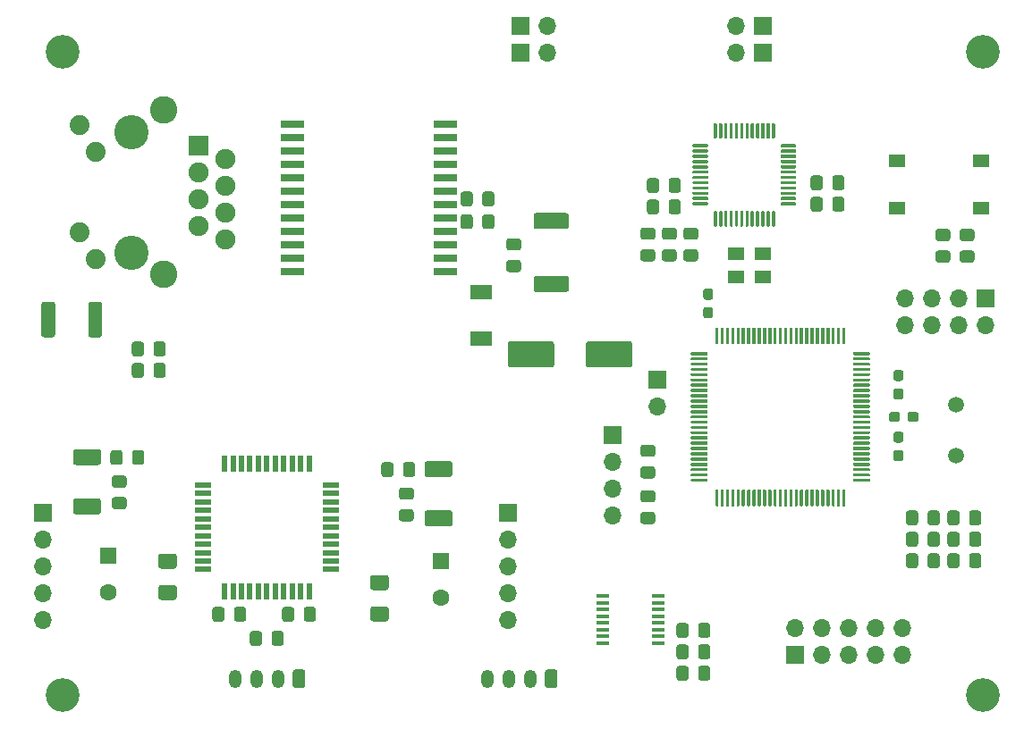
<source format=gbr>
%TF.GenerationSoftware,KiCad,Pcbnew,(5.1.12)-1*%
%TF.CreationDate,2022-03-31T08:37:18-05:00*%
%TF.ProjectId,PoE_Stepper_Driver,506f455f-5374-4657-9070-65725f447269,rev?*%
%TF.SameCoordinates,Original*%
%TF.FileFunction,Soldermask,Top*%
%TF.FilePolarity,Negative*%
%FSLAX46Y46*%
G04 Gerber Fmt 4.6, Leading zero omitted, Abs format (unit mm)*
G04 Created by KiCad (PCBNEW (5.1.12)-1) date 2022-03-31 08:37:18*
%MOMM*%
%LPD*%
G01*
G04 APERTURE LIST*
%ADD10C,3.200001*%
%ADD11R,1.500000X0.520000*%
%ADD12R,0.520000X1.500000*%
%ADD13R,1.900000X1.900000*%
%ADD14C,1.900000*%
%ADD15C,1.890000*%
%ADD16C,2.600000*%
%ADD17C,3.250000*%
%ADD18R,2.100000X1.400000*%
%ADD19O,1.200000X1.750000*%
%ADD20R,2.290000X0.760000*%
%ADD21R,1.200000X0.400000*%
%ADD22R,1.500000X1.200000*%
%ADD23C,1.500000*%
%ADD24C,1.600000*%
%ADD25R,1.600000X1.600000*%
%ADD26R,1.700000X1.700000*%
%ADD27O,1.700000X1.700000*%
%ADD28R,1.550000X1.300000*%
G04 APERTURE END LIST*
D10*
%TO.C,REF\u002A\u002A*%
X99314000Y-123825000D03*
%TD*%
%TO.C,REF\u002A\u002A*%
X186436000Y-123825000D03*
%TD*%
%TO.C,C2*%
G36*
G01*
X120218000Y-118040999D02*
X120218000Y-118941001D01*
G75*
G02*
X119968001Y-119191000I-249999J0D01*
G01*
X119317999Y-119191000D01*
G75*
G02*
X119068000Y-118941001I0J249999D01*
G01*
X119068000Y-118040999D01*
G75*
G02*
X119317999Y-117791000I249999J0D01*
G01*
X119968001Y-117791000D01*
G75*
G02*
X120218000Y-118040999I0J-249999D01*
G01*
G37*
G36*
G01*
X118168000Y-118040999D02*
X118168000Y-118941001D01*
G75*
G02*
X117918001Y-119191000I-249999J0D01*
G01*
X117267999Y-119191000D01*
G75*
G02*
X117018000Y-118941001I0J249999D01*
G01*
X117018000Y-118040999D01*
G75*
G02*
X117267999Y-117791000I249999J0D01*
G01*
X117918001Y-117791000D01*
G75*
G02*
X118168000Y-118040999I0J-249999D01*
G01*
G37*
%TD*%
D11*
%TO.C,U16*%
X124668000Y-111950000D03*
X124668000Y-111150000D03*
X124668000Y-110350000D03*
X124668000Y-109550000D03*
X124668000Y-108750000D03*
X124668000Y-107950000D03*
X124668000Y-107150000D03*
X124668000Y-106350000D03*
X124668000Y-105550000D03*
X124668000Y-104750000D03*
X124668000Y-103950000D03*
D12*
X122618000Y-101900000D03*
X121818000Y-101900000D03*
X121018000Y-101900000D03*
X120218000Y-101900000D03*
X119418000Y-101900000D03*
X118618000Y-101900000D03*
X117818000Y-101900000D03*
X117018000Y-101900000D03*
X116218000Y-101900000D03*
X115418000Y-101900000D03*
X114618000Y-101900000D03*
D11*
X112568000Y-103950000D03*
X112568000Y-104750000D03*
X112568000Y-105550000D03*
X112568000Y-106350000D03*
X112568000Y-107150000D03*
X112568000Y-107950000D03*
X112568000Y-108750000D03*
X112568000Y-109550000D03*
X112568000Y-110350000D03*
X112568000Y-111150000D03*
X112568000Y-111950000D03*
D12*
X114618000Y-114000000D03*
X115418000Y-114000000D03*
X116218000Y-114000000D03*
X117018000Y-114000000D03*
X117818000Y-114000000D03*
X118618000Y-114000000D03*
X119418000Y-114000000D03*
X120218000Y-114000000D03*
X121018000Y-114000000D03*
X121818000Y-114000000D03*
X122618000Y-114000000D03*
%TD*%
D13*
%TO.C,J1*%
X112141000Y-71755000D03*
D14*
X114681000Y-73025000D03*
X112141000Y-74295000D03*
X114681000Y-75565000D03*
X112141000Y-76835000D03*
X114681000Y-78105000D03*
X112141000Y-79375000D03*
X114681000Y-80645000D03*
D15*
X102421000Y-82525000D03*
X100901000Y-79985000D03*
X102421000Y-72415000D03*
X100901000Y-69875000D03*
D16*
X108851000Y-68425000D03*
X108851000Y-83975000D03*
D17*
X105801000Y-70485000D03*
X105801000Y-81915000D03*
%TD*%
D10*
%TO.C,REF\u002A\u002A*%
X99314000Y-62865000D03*
%TD*%
%TO.C,REF\u002A\u002A*%
X186436000Y-62865000D03*
%TD*%
%TO.C,C17*%
G36*
G01*
X120066000Y-116655001D02*
X120066000Y-115754999D01*
G75*
G02*
X120315999Y-115505000I249999J0D01*
G01*
X120966001Y-115505000D01*
G75*
G02*
X121216000Y-115754999I0J-249999D01*
G01*
X121216000Y-116655001D01*
G75*
G02*
X120966001Y-116905000I-249999J0D01*
G01*
X120315999Y-116905000D01*
G75*
G02*
X120066000Y-116655001I0J249999D01*
G01*
G37*
G36*
G01*
X122116000Y-116655001D02*
X122116000Y-115754999D01*
G75*
G02*
X122365999Y-115505000I249999J0D01*
G01*
X123016001Y-115505000D01*
G75*
G02*
X123266000Y-115754999I0J-249999D01*
G01*
X123266000Y-116655001D01*
G75*
G02*
X123016001Y-116905000I-249999J0D01*
G01*
X122365999Y-116905000D01*
G75*
G02*
X122116000Y-116655001I0J249999D01*
G01*
G37*
%TD*%
%TO.C,CG1*%
G36*
G01*
X101717000Y-89715001D02*
X101717000Y-86814999D01*
G75*
G02*
X101966999Y-86565000I249999J0D01*
G01*
X102767001Y-86565000D01*
G75*
G02*
X103017000Y-86814999I0J-249999D01*
G01*
X103017000Y-89715001D01*
G75*
G02*
X102767001Y-89965000I-249999J0D01*
G01*
X101966999Y-89965000D01*
G75*
G02*
X101717000Y-89715001I0J249999D01*
G01*
G37*
G36*
G01*
X97267000Y-89715001D02*
X97267000Y-86814999D01*
G75*
G02*
X97516999Y-86565000I249999J0D01*
G01*
X98317001Y-86565000D01*
G75*
G02*
X98567000Y-86814999I0J-249999D01*
G01*
X98567000Y-89715001D01*
G75*
G02*
X98317001Y-89965000I-249999J0D01*
G01*
X97516999Y-89965000D01*
G75*
G02*
X97267000Y-89715001I0J249999D01*
G01*
G37*
%TD*%
D18*
%TO.C,D1*%
X138938000Y-90084000D03*
X138938000Y-85684000D03*
%TD*%
%TO.C,D3*%
G36*
G01*
X141535999Y-80569000D02*
X142436001Y-80569000D01*
G75*
G02*
X142686000Y-80818999I0J-249999D01*
G01*
X142686000Y-81469001D01*
G75*
G02*
X142436001Y-81719000I-249999J0D01*
G01*
X141535999Y-81719000D01*
G75*
G02*
X141286000Y-81469001I0J249999D01*
G01*
X141286000Y-80818999D01*
G75*
G02*
X141535999Y-80569000I249999J0D01*
G01*
G37*
G36*
G01*
X141535999Y-82619000D02*
X142436001Y-82619000D01*
G75*
G02*
X142686000Y-82868999I0J-249999D01*
G01*
X142686000Y-83519001D01*
G75*
G02*
X142436001Y-83769000I-249999J0D01*
G01*
X141535999Y-83769000D01*
G75*
G02*
X141286000Y-83519001I0J249999D01*
G01*
X141286000Y-82868999D01*
G75*
G02*
X141535999Y-82619000I249999J0D01*
G01*
G37*
%TD*%
%TO.C,D4*%
G36*
G01*
X184208000Y-110674998D02*
X184208000Y-111575000D01*
G75*
G02*
X183958001Y-111824999I-249999J0D01*
G01*
X183307999Y-111824999D01*
G75*
G02*
X183058000Y-111575000I0J249999D01*
G01*
X183058000Y-110674998D01*
G75*
G02*
X183307999Y-110424999I249999J0D01*
G01*
X183958001Y-110424999D01*
G75*
G02*
X184208000Y-110674998I0J-249999D01*
G01*
G37*
G36*
G01*
X186258000Y-110674998D02*
X186258000Y-111575000D01*
G75*
G02*
X186008001Y-111824999I-249999J0D01*
G01*
X185357999Y-111824999D01*
G75*
G02*
X185108000Y-111575000I0J249999D01*
G01*
X185108000Y-110674998D01*
G75*
G02*
X185357999Y-110424999I249999J0D01*
G01*
X186008001Y-110424999D01*
G75*
G02*
X186258000Y-110674998I0J-249999D01*
G01*
G37*
%TD*%
%TO.C,D5*%
G36*
G01*
X186258000Y-108642998D02*
X186258000Y-109543000D01*
G75*
G02*
X186008001Y-109792999I-249999J0D01*
G01*
X185357999Y-109792999D01*
G75*
G02*
X185108000Y-109543000I0J249999D01*
G01*
X185108000Y-108642998D01*
G75*
G02*
X185357999Y-108392999I249999J0D01*
G01*
X186008001Y-108392999D01*
G75*
G02*
X186258000Y-108642998I0J-249999D01*
G01*
G37*
G36*
G01*
X184208000Y-108642998D02*
X184208000Y-109543000D01*
G75*
G02*
X183958001Y-109792999I-249999J0D01*
G01*
X183307999Y-109792999D01*
G75*
G02*
X183058000Y-109543000I0J249999D01*
G01*
X183058000Y-108642998D01*
G75*
G02*
X183307999Y-108392999I249999J0D01*
G01*
X183958001Y-108392999D01*
G75*
G02*
X184208000Y-108642998I0J-249999D01*
G01*
G37*
%TD*%
%TO.C,J2*%
G36*
G01*
X122266000Y-121675999D02*
X122266000Y-122926001D01*
G75*
G02*
X122016001Y-123176000I-249999J0D01*
G01*
X121315999Y-123176000D01*
G75*
G02*
X121066000Y-122926001I0J249999D01*
G01*
X121066000Y-121675999D01*
G75*
G02*
X121315999Y-121426000I249999J0D01*
G01*
X122016001Y-121426000D01*
G75*
G02*
X122266000Y-121675999I0J-249999D01*
G01*
G37*
D19*
X119666000Y-122301000D03*
X117666000Y-122301000D03*
X115666000Y-122301000D03*
%TD*%
%TO.C,R7*%
G36*
G01*
X107892000Y-93541001D02*
X107892000Y-92640999D01*
G75*
G02*
X108141999Y-92391000I249999J0D01*
G01*
X108792001Y-92391000D01*
G75*
G02*
X109042000Y-92640999I0J-249999D01*
G01*
X109042000Y-93541001D01*
G75*
G02*
X108792001Y-93791000I-249999J0D01*
G01*
X108141999Y-93791000D01*
G75*
G02*
X107892000Y-93541001I0J249999D01*
G01*
G37*
G36*
G01*
X105842000Y-93541001D02*
X105842000Y-92640999D01*
G75*
G02*
X106091999Y-92391000I249999J0D01*
G01*
X106742001Y-92391000D01*
G75*
G02*
X106992000Y-92640999I0J-249999D01*
G01*
X106992000Y-93541001D01*
G75*
G02*
X106742001Y-93791000I-249999J0D01*
G01*
X106091999Y-93791000D01*
G75*
G02*
X105842000Y-93541001I0J249999D01*
G01*
G37*
%TD*%
%TO.C,R8*%
G36*
G01*
X105842000Y-91509001D02*
X105842000Y-90608999D01*
G75*
G02*
X106091999Y-90359000I249999J0D01*
G01*
X106742001Y-90359000D01*
G75*
G02*
X106992000Y-90608999I0J-249999D01*
G01*
X106992000Y-91509001D01*
G75*
G02*
X106742001Y-91759000I-249999J0D01*
G01*
X106091999Y-91759000D01*
G75*
G02*
X105842000Y-91509001I0J249999D01*
G01*
G37*
G36*
G01*
X107892000Y-91509001D02*
X107892000Y-90608999D01*
G75*
G02*
X108141999Y-90359000I249999J0D01*
G01*
X108792001Y-90359000D01*
G75*
G02*
X109042000Y-90608999I0J-249999D01*
G01*
X109042000Y-91509001D01*
G75*
G02*
X108792001Y-91759000I-249999J0D01*
G01*
X108141999Y-91759000D01*
G75*
G02*
X107892000Y-91509001I0J249999D01*
G01*
G37*
%TD*%
%TO.C,RMPS1*%
G36*
G01*
X144116999Y-78165000D02*
X146967001Y-78165000D01*
G75*
G02*
X147217000Y-78414999I0J-249999D01*
G01*
X147217000Y-79440001D01*
G75*
G02*
X146967001Y-79690000I-249999J0D01*
G01*
X144116999Y-79690000D01*
G75*
G02*
X143867000Y-79440001I0J249999D01*
G01*
X143867000Y-78414999D01*
G75*
G02*
X144116999Y-78165000I249999J0D01*
G01*
G37*
G36*
G01*
X144116999Y-84140000D02*
X146967001Y-84140000D01*
G75*
G02*
X147217000Y-84389999I0J-249999D01*
G01*
X147217000Y-85415001D01*
G75*
G02*
X146967001Y-85665000I-249999J0D01*
G01*
X144116999Y-85665000D01*
G75*
G02*
X143867000Y-85415001I0J249999D01*
G01*
X143867000Y-84389999D01*
G75*
G02*
X144116999Y-84140000I249999J0D01*
G01*
G37*
%TD*%
D20*
%TO.C,TR1*%
X121029000Y-83693000D03*
X121029000Y-82423000D03*
X121029000Y-81153000D03*
X121029000Y-79883000D03*
X121029000Y-78613000D03*
X121029000Y-77343000D03*
X121029000Y-76073000D03*
X121029000Y-74803000D03*
X121029000Y-73533000D03*
X121029000Y-72263000D03*
X121029000Y-70993000D03*
X121029000Y-69723000D03*
X135509000Y-69723000D03*
X135509000Y-70993000D03*
X135509000Y-72263000D03*
X135509000Y-73533000D03*
X135509000Y-74803000D03*
X135509000Y-76073000D03*
X135509000Y-77343000D03*
X135509000Y-78613000D03*
X135509000Y-79883000D03*
X135509000Y-81153000D03*
X135509000Y-82423000D03*
X135509000Y-83693000D03*
%TD*%
%TO.C,U3*%
G36*
G01*
X175711115Y-103416967D02*
X175711115Y-103566967D01*
G75*
G02*
X175636115Y-103641967I-75000J0D01*
G01*
X174186115Y-103641967D01*
G75*
G02*
X174111115Y-103566967I0J75000D01*
G01*
X174111115Y-103416967D01*
G75*
G02*
X174186115Y-103341967I75000J0D01*
G01*
X175636115Y-103341967D01*
G75*
G02*
X175711115Y-103416967I0J-75000D01*
G01*
G37*
G36*
G01*
X175711115Y-102916967D02*
X175711115Y-103066967D01*
G75*
G02*
X175636115Y-103141967I-75000J0D01*
G01*
X174186115Y-103141967D01*
G75*
G02*
X174111115Y-103066967I0J75000D01*
G01*
X174111115Y-102916967D01*
G75*
G02*
X174186115Y-102841967I75000J0D01*
G01*
X175636115Y-102841967D01*
G75*
G02*
X175711115Y-102916967I0J-75000D01*
G01*
G37*
G36*
G01*
X175711115Y-102416967D02*
X175711115Y-102566967D01*
G75*
G02*
X175636115Y-102641967I-75000J0D01*
G01*
X174186115Y-102641967D01*
G75*
G02*
X174111115Y-102566967I0J75000D01*
G01*
X174111115Y-102416967D01*
G75*
G02*
X174186115Y-102341967I75000J0D01*
G01*
X175636115Y-102341967D01*
G75*
G02*
X175711115Y-102416967I0J-75000D01*
G01*
G37*
G36*
G01*
X175711115Y-101916967D02*
X175711115Y-102066967D01*
G75*
G02*
X175636115Y-102141967I-75000J0D01*
G01*
X174186115Y-102141967D01*
G75*
G02*
X174111115Y-102066967I0J75000D01*
G01*
X174111115Y-101916967D01*
G75*
G02*
X174186115Y-101841967I75000J0D01*
G01*
X175636115Y-101841967D01*
G75*
G02*
X175711115Y-101916967I0J-75000D01*
G01*
G37*
G36*
G01*
X175711115Y-101416967D02*
X175711115Y-101566967D01*
G75*
G02*
X175636115Y-101641967I-75000J0D01*
G01*
X174186115Y-101641967D01*
G75*
G02*
X174111115Y-101566967I0J75000D01*
G01*
X174111115Y-101416967D01*
G75*
G02*
X174186115Y-101341967I75000J0D01*
G01*
X175636115Y-101341967D01*
G75*
G02*
X175711115Y-101416967I0J-75000D01*
G01*
G37*
G36*
G01*
X175711115Y-100916967D02*
X175711115Y-101066967D01*
G75*
G02*
X175636115Y-101141967I-75000J0D01*
G01*
X174186115Y-101141967D01*
G75*
G02*
X174111115Y-101066967I0J75000D01*
G01*
X174111115Y-100916967D01*
G75*
G02*
X174186115Y-100841967I75000J0D01*
G01*
X175636115Y-100841967D01*
G75*
G02*
X175711115Y-100916967I0J-75000D01*
G01*
G37*
G36*
G01*
X175711115Y-100416967D02*
X175711115Y-100566967D01*
G75*
G02*
X175636115Y-100641967I-75000J0D01*
G01*
X174186115Y-100641967D01*
G75*
G02*
X174111115Y-100566967I0J75000D01*
G01*
X174111115Y-100416967D01*
G75*
G02*
X174186115Y-100341967I75000J0D01*
G01*
X175636115Y-100341967D01*
G75*
G02*
X175711115Y-100416967I0J-75000D01*
G01*
G37*
G36*
G01*
X175711115Y-99916967D02*
X175711115Y-100066967D01*
G75*
G02*
X175636115Y-100141967I-75000J0D01*
G01*
X174186115Y-100141967D01*
G75*
G02*
X174111115Y-100066967I0J75000D01*
G01*
X174111115Y-99916967D01*
G75*
G02*
X174186115Y-99841967I75000J0D01*
G01*
X175636115Y-99841967D01*
G75*
G02*
X175711115Y-99916967I0J-75000D01*
G01*
G37*
G36*
G01*
X175711115Y-99416967D02*
X175711115Y-99566967D01*
G75*
G02*
X175636115Y-99641967I-75000J0D01*
G01*
X174186115Y-99641967D01*
G75*
G02*
X174111115Y-99566967I0J75000D01*
G01*
X174111115Y-99416967D01*
G75*
G02*
X174186115Y-99341967I75000J0D01*
G01*
X175636115Y-99341967D01*
G75*
G02*
X175711115Y-99416967I0J-75000D01*
G01*
G37*
G36*
G01*
X175711115Y-98916967D02*
X175711115Y-99066967D01*
G75*
G02*
X175636115Y-99141967I-75000J0D01*
G01*
X174186115Y-99141967D01*
G75*
G02*
X174111115Y-99066967I0J75000D01*
G01*
X174111115Y-98916967D01*
G75*
G02*
X174186115Y-98841967I75000J0D01*
G01*
X175636115Y-98841967D01*
G75*
G02*
X175711115Y-98916967I0J-75000D01*
G01*
G37*
G36*
G01*
X175711115Y-98416967D02*
X175711115Y-98566967D01*
G75*
G02*
X175636115Y-98641967I-75000J0D01*
G01*
X174186115Y-98641967D01*
G75*
G02*
X174111115Y-98566967I0J75000D01*
G01*
X174111115Y-98416967D01*
G75*
G02*
X174186115Y-98341967I75000J0D01*
G01*
X175636115Y-98341967D01*
G75*
G02*
X175711115Y-98416967I0J-75000D01*
G01*
G37*
G36*
G01*
X175711115Y-97916967D02*
X175711115Y-98066967D01*
G75*
G02*
X175636115Y-98141967I-75000J0D01*
G01*
X174186115Y-98141967D01*
G75*
G02*
X174111115Y-98066967I0J75000D01*
G01*
X174111115Y-97916967D01*
G75*
G02*
X174186115Y-97841967I75000J0D01*
G01*
X175636115Y-97841967D01*
G75*
G02*
X175711115Y-97916967I0J-75000D01*
G01*
G37*
G36*
G01*
X175711115Y-97416967D02*
X175711115Y-97566967D01*
G75*
G02*
X175636115Y-97641967I-75000J0D01*
G01*
X174186115Y-97641967D01*
G75*
G02*
X174111115Y-97566967I0J75000D01*
G01*
X174111115Y-97416967D01*
G75*
G02*
X174186115Y-97341967I75000J0D01*
G01*
X175636115Y-97341967D01*
G75*
G02*
X175711115Y-97416967I0J-75000D01*
G01*
G37*
G36*
G01*
X175711115Y-96916967D02*
X175711115Y-97066967D01*
G75*
G02*
X175636115Y-97141967I-75000J0D01*
G01*
X174186115Y-97141967D01*
G75*
G02*
X174111115Y-97066967I0J75000D01*
G01*
X174111115Y-96916967D01*
G75*
G02*
X174186115Y-96841967I75000J0D01*
G01*
X175636115Y-96841967D01*
G75*
G02*
X175711115Y-96916967I0J-75000D01*
G01*
G37*
G36*
G01*
X175711115Y-96416967D02*
X175711115Y-96566967D01*
G75*
G02*
X175636115Y-96641967I-75000J0D01*
G01*
X174186115Y-96641967D01*
G75*
G02*
X174111115Y-96566967I0J75000D01*
G01*
X174111115Y-96416967D01*
G75*
G02*
X174186115Y-96341967I75000J0D01*
G01*
X175636115Y-96341967D01*
G75*
G02*
X175711115Y-96416967I0J-75000D01*
G01*
G37*
G36*
G01*
X175711115Y-95916967D02*
X175711115Y-96066967D01*
G75*
G02*
X175636115Y-96141967I-75000J0D01*
G01*
X174186115Y-96141967D01*
G75*
G02*
X174111115Y-96066967I0J75000D01*
G01*
X174111115Y-95916967D01*
G75*
G02*
X174186115Y-95841967I75000J0D01*
G01*
X175636115Y-95841967D01*
G75*
G02*
X175711115Y-95916967I0J-75000D01*
G01*
G37*
G36*
G01*
X175711115Y-95416967D02*
X175711115Y-95566967D01*
G75*
G02*
X175636115Y-95641967I-75000J0D01*
G01*
X174186115Y-95641967D01*
G75*
G02*
X174111115Y-95566967I0J75000D01*
G01*
X174111115Y-95416967D01*
G75*
G02*
X174186115Y-95341967I75000J0D01*
G01*
X175636115Y-95341967D01*
G75*
G02*
X175711115Y-95416967I0J-75000D01*
G01*
G37*
G36*
G01*
X175711115Y-94916967D02*
X175711115Y-95066967D01*
G75*
G02*
X175636115Y-95141967I-75000J0D01*
G01*
X174186115Y-95141967D01*
G75*
G02*
X174111115Y-95066967I0J75000D01*
G01*
X174111115Y-94916967D01*
G75*
G02*
X174186115Y-94841967I75000J0D01*
G01*
X175636115Y-94841967D01*
G75*
G02*
X175711115Y-94916967I0J-75000D01*
G01*
G37*
G36*
G01*
X175711115Y-94416967D02*
X175711115Y-94566967D01*
G75*
G02*
X175636115Y-94641967I-75000J0D01*
G01*
X174186115Y-94641967D01*
G75*
G02*
X174111115Y-94566967I0J75000D01*
G01*
X174111115Y-94416967D01*
G75*
G02*
X174186115Y-94341967I75000J0D01*
G01*
X175636115Y-94341967D01*
G75*
G02*
X175711115Y-94416967I0J-75000D01*
G01*
G37*
G36*
G01*
X175711115Y-93916967D02*
X175711115Y-94066967D01*
G75*
G02*
X175636115Y-94141967I-75000J0D01*
G01*
X174186115Y-94141967D01*
G75*
G02*
X174111115Y-94066967I0J75000D01*
G01*
X174111115Y-93916967D01*
G75*
G02*
X174186115Y-93841967I75000J0D01*
G01*
X175636115Y-93841967D01*
G75*
G02*
X175711115Y-93916967I0J-75000D01*
G01*
G37*
G36*
G01*
X175711115Y-93416967D02*
X175711115Y-93566967D01*
G75*
G02*
X175636115Y-93641967I-75000J0D01*
G01*
X174186115Y-93641967D01*
G75*
G02*
X174111115Y-93566967I0J75000D01*
G01*
X174111115Y-93416967D01*
G75*
G02*
X174186115Y-93341967I75000J0D01*
G01*
X175636115Y-93341967D01*
G75*
G02*
X175711115Y-93416967I0J-75000D01*
G01*
G37*
G36*
G01*
X175711115Y-92916967D02*
X175711115Y-93066967D01*
G75*
G02*
X175636115Y-93141967I-75000J0D01*
G01*
X174186115Y-93141967D01*
G75*
G02*
X174111115Y-93066967I0J75000D01*
G01*
X174111115Y-92916967D01*
G75*
G02*
X174186115Y-92841967I75000J0D01*
G01*
X175636115Y-92841967D01*
G75*
G02*
X175711115Y-92916967I0J-75000D01*
G01*
G37*
G36*
G01*
X175711115Y-92416967D02*
X175711115Y-92566967D01*
G75*
G02*
X175636115Y-92641967I-75000J0D01*
G01*
X174186115Y-92641967D01*
G75*
G02*
X174111115Y-92566967I0J75000D01*
G01*
X174111115Y-92416967D01*
G75*
G02*
X174186115Y-92341967I75000J0D01*
G01*
X175636115Y-92341967D01*
G75*
G02*
X175711115Y-92416967I0J-75000D01*
G01*
G37*
G36*
G01*
X175711115Y-91916967D02*
X175711115Y-92066967D01*
G75*
G02*
X175636115Y-92141967I-75000J0D01*
G01*
X174186115Y-92141967D01*
G75*
G02*
X174111115Y-92066967I0J75000D01*
G01*
X174111115Y-91916967D01*
G75*
G02*
X174186115Y-91841967I75000J0D01*
G01*
X175636115Y-91841967D01*
G75*
G02*
X175711115Y-91916967I0J-75000D01*
G01*
G37*
G36*
G01*
X175711115Y-91416967D02*
X175711115Y-91566967D01*
G75*
G02*
X175636115Y-91641967I-75000J0D01*
G01*
X174186115Y-91641967D01*
G75*
G02*
X174111115Y-91566967I0J75000D01*
G01*
X174111115Y-91416967D01*
G75*
G02*
X174186115Y-91341967I75000J0D01*
G01*
X175636115Y-91341967D01*
G75*
G02*
X175711115Y-91416967I0J-75000D01*
G01*
G37*
G36*
G01*
X173386115Y-89091967D02*
X173386115Y-90541967D01*
G75*
G02*
X173311115Y-90616967I-75000J0D01*
G01*
X173161115Y-90616967D01*
G75*
G02*
X173086115Y-90541967I0J75000D01*
G01*
X173086115Y-89091967D01*
G75*
G02*
X173161115Y-89016967I75000J0D01*
G01*
X173311115Y-89016967D01*
G75*
G02*
X173386115Y-89091967I0J-75000D01*
G01*
G37*
G36*
G01*
X172886115Y-89091967D02*
X172886115Y-90541967D01*
G75*
G02*
X172811115Y-90616967I-75000J0D01*
G01*
X172661115Y-90616967D01*
G75*
G02*
X172586115Y-90541967I0J75000D01*
G01*
X172586115Y-89091967D01*
G75*
G02*
X172661115Y-89016967I75000J0D01*
G01*
X172811115Y-89016967D01*
G75*
G02*
X172886115Y-89091967I0J-75000D01*
G01*
G37*
G36*
G01*
X172386115Y-89091967D02*
X172386115Y-90541967D01*
G75*
G02*
X172311115Y-90616967I-75000J0D01*
G01*
X172161115Y-90616967D01*
G75*
G02*
X172086115Y-90541967I0J75000D01*
G01*
X172086115Y-89091967D01*
G75*
G02*
X172161115Y-89016967I75000J0D01*
G01*
X172311115Y-89016967D01*
G75*
G02*
X172386115Y-89091967I0J-75000D01*
G01*
G37*
G36*
G01*
X171886115Y-89091967D02*
X171886115Y-90541967D01*
G75*
G02*
X171811115Y-90616967I-75000J0D01*
G01*
X171661115Y-90616967D01*
G75*
G02*
X171586115Y-90541967I0J75000D01*
G01*
X171586115Y-89091967D01*
G75*
G02*
X171661115Y-89016967I75000J0D01*
G01*
X171811115Y-89016967D01*
G75*
G02*
X171886115Y-89091967I0J-75000D01*
G01*
G37*
G36*
G01*
X171386115Y-89091967D02*
X171386115Y-90541967D01*
G75*
G02*
X171311115Y-90616967I-75000J0D01*
G01*
X171161115Y-90616967D01*
G75*
G02*
X171086115Y-90541967I0J75000D01*
G01*
X171086115Y-89091967D01*
G75*
G02*
X171161115Y-89016967I75000J0D01*
G01*
X171311115Y-89016967D01*
G75*
G02*
X171386115Y-89091967I0J-75000D01*
G01*
G37*
G36*
G01*
X170886115Y-89091967D02*
X170886115Y-90541967D01*
G75*
G02*
X170811115Y-90616967I-75000J0D01*
G01*
X170661115Y-90616967D01*
G75*
G02*
X170586115Y-90541967I0J75000D01*
G01*
X170586115Y-89091967D01*
G75*
G02*
X170661115Y-89016967I75000J0D01*
G01*
X170811115Y-89016967D01*
G75*
G02*
X170886115Y-89091967I0J-75000D01*
G01*
G37*
G36*
G01*
X170386115Y-89091967D02*
X170386115Y-90541967D01*
G75*
G02*
X170311115Y-90616967I-75000J0D01*
G01*
X170161115Y-90616967D01*
G75*
G02*
X170086115Y-90541967I0J75000D01*
G01*
X170086115Y-89091967D01*
G75*
G02*
X170161115Y-89016967I75000J0D01*
G01*
X170311115Y-89016967D01*
G75*
G02*
X170386115Y-89091967I0J-75000D01*
G01*
G37*
G36*
G01*
X169886115Y-89091967D02*
X169886115Y-90541967D01*
G75*
G02*
X169811115Y-90616967I-75000J0D01*
G01*
X169661115Y-90616967D01*
G75*
G02*
X169586115Y-90541967I0J75000D01*
G01*
X169586115Y-89091967D01*
G75*
G02*
X169661115Y-89016967I75000J0D01*
G01*
X169811115Y-89016967D01*
G75*
G02*
X169886115Y-89091967I0J-75000D01*
G01*
G37*
G36*
G01*
X169386115Y-89091967D02*
X169386115Y-90541967D01*
G75*
G02*
X169311115Y-90616967I-75000J0D01*
G01*
X169161115Y-90616967D01*
G75*
G02*
X169086115Y-90541967I0J75000D01*
G01*
X169086115Y-89091967D01*
G75*
G02*
X169161115Y-89016967I75000J0D01*
G01*
X169311115Y-89016967D01*
G75*
G02*
X169386115Y-89091967I0J-75000D01*
G01*
G37*
G36*
G01*
X168886115Y-89091967D02*
X168886115Y-90541967D01*
G75*
G02*
X168811115Y-90616967I-75000J0D01*
G01*
X168661115Y-90616967D01*
G75*
G02*
X168586115Y-90541967I0J75000D01*
G01*
X168586115Y-89091967D01*
G75*
G02*
X168661115Y-89016967I75000J0D01*
G01*
X168811115Y-89016967D01*
G75*
G02*
X168886115Y-89091967I0J-75000D01*
G01*
G37*
G36*
G01*
X168386115Y-89091967D02*
X168386115Y-90541967D01*
G75*
G02*
X168311115Y-90616967I-75000J0D01*
G01*
X168161115Y-90616967D01*
G75*
G02*
X168086115Y-90541967I0J75000D01*
G01*
X168086115Y-89091967D01*
G75*
G02*
X168161115Y-89016967I75000J0D01*
G01*
X168311115Y-89016967D01*
G75*
G02*
X168386115Y-89091967I0J-75000D01*
G01*
G37*
G36*
G01*
X167886115Y-89091967D02*
X167886115Y-90541967D01*
G75*
G02*
X167811115Y-90616967I-75000J0D01*
G01*
X167661115Y-90616967D01*
G75*
G02*
X167586115Y-90541967I0J75000D01*
G01*
X167586115Y-89091967D01*
G75*
G02*
X167661115Y-89016967I75000J0D01*
G01*
X167811115Y-89016967D01*
G75*
G02*
X167886115Y-89091967I0J-75000D01*
G01*
G37*
G36*
G01*
X167386115Y-89091967D02*
X167386115Y-90541967D01*
G75*
G02*
X167311115Y-90616967I-75000J0D01*
G01*
X167161115Y-90616967D01*
G75*
G02*
X167086115Y-90541967I0J75000D01*
G01*
X167086115Y-89091967D01*
G75*
G02*
X167161115Y-89016967I75000J0D01*
G01*
X167311115Y-89016967D01*
G75*
G02*
X167386115Y-89091967I0J-75000D01*
G01*
G37*
G36*
G01*
X166886115Y-89091967D02*
X166886115Y-90541967D01*
G75*
G02*
X166811115Y-90616967I-75000J0D01*
G01*
X166661115Y-90616967D01*
G75*
G02*
X166586115Y-90541967I0J75000D01*
G01*
X166586115Y-89091967D01*
G75*
G02*
X166661115Y-89016967I75000J0D01*
G01*
X166811115Y-89016967D01*
G75*
G02*
X166886115Y-89091967I0J-75000D01*
G01*
G37*
G36*
G01*
X166386115Y-89091967D02*
X166386115Y-90541967D01*
G75*
G02*
X166311115Y-90616967I-75000J0D01*
G01*
X166161115Y-90616967D01*
G75*
G02*
X166086115Y-90541967I0J75000D01*
G01*
X166086115Y-89091967D01*
G75*
G02*
X166161115Y-89016967I75000J0D01*
G01*
X166311115Y-89016967D01*
G75*
G02*
X166386115Y-89091967I0J-75000D01*
G01*
G37*
G36*
G01*
X165886115Y-89091967D02*
X165886115Y-90541967D01*
G75*
G02*
X165811115Y-90616967I-75000J0D01*
G01*
X165661115Y-90616967D01*
G75*
G02*
X165586115Y-90541967I0J75000D01*
G01*
X165586115Y-89091967D01*
G75*
G02*
X165661115Y-89016967I75000J0D01*
G01*
X165811115Y-89016967D01*
G75*
G02*
X165886115Y-89091967I0J-75000D01*
G01*
G37*
G36*
G01*
X165386115Y-89091967D02*
X165386115Y-90541967D01*
G75*
G02*
X165311115Y-90616967I-75000J0D01*
G01*
X165161115Y-90616967D01*
G75*
G02*
X165086115Y-90541967I0J75000D01*
G01*
X165086115Y-89091967D01*
G75*
G02*
X165161115Y-89016967I75000J0D01*
G01*
X165311115Y-89016967D01*
G75*
G02*
X165386115Y-89091967I0J-75000D01*
G01*
G37*
G36*
G01*
X164886115Y-89091967D02*
X164886115Y-90541967D01*
G75*
G02*
X164811115Y-90616967I-75000J0D01*
G01*
X164661115Y-90616967D01*
G75*
G02*
X164586115Y-90541967I0J75000D01*
G01*
X164586115Y-89091967D01*
G75*
G02*
X164661115Y-89016967I75000J0D01*
G01*
X164811115Y-89016967D01*
G75*
G02*
X164886115Y-89091967I0J-75000D01*
G01*
G37*
G36*
G01*
X164386115Y-89091967D02*
X164386115Y-90541967D01*
G75*
G02*
X164311115Y-90616967I-75000J0D01*
G01*
X164161115Y-90616967D01*
G75*
G02*
X164086115Y-90541967I0J75000D01*
G01*
X164086115Y-89091967D01*
G75*
G02*
X164161115Y-89016967I75000J0D01*
G01*
X164311115Y-89016967D01*
G75*
G02*
X164386115Y-89091967I0J-75000D01*
G01*
G37*
G36*
G01*
X163886115Y-89091967D02*
X163886115Y-90541967D01*
G75*
G02*
X163811115Y-90616967I-75000J0D01*
G01*
X163661115Y-90616967D01*
G75*
G02*
X163586115Y-90541967I0J75000D01*
G01*
X163586115Y-89091967D01*
G75*
G02*
X163661115Y-89016967I75000J0D01*
G01*
X163811115Y-89016967D01*
G75*
G02*
X163886115Y-89091967I0J-75000D01*
G01*
G37*
G36*
G01*
X163386115Y-89091967D02*
X163386115Y-90541967D01*
G75*
G02*
X163311115Y-90616967I-75000J0D01*
G01*
X163161115Y-90616967D01*
G75*
G02*
X163086115Y-90541967I0J75000D01*
G01*
X163086115Y-89091967D01*
G75*
G02*
X163161115Y-89016967I75000J0D01*
G01*
X163311115Y-89016967D01*
G75*
G02*
X163386115Y-89091967I0J-75000D01*
G01*
G37*
G36*
G01*
X162886115Y-89091967D02*
X162886115Y-90541967D01*
G75*
G02*
X162811115Y-90616967I-75000J0D01*
G01*
X162661115Y-90616967D01*
G75*
G02*
X162586115Y-90541967I0J75000D01*
G01*
X162586115Y-89091967D01*
G75*
G02*
X162661115Y-89016967I75000J0D01*
G01*
X162811115Y-89016967D01*
G75*
G02*
X162886115Y-89091967I0J-75000D01*
G01*
G37*
G36*
G01*
X162386115Y-89091967D02*
X162386115Y-90541967D01*
G75*
G02*
X162311115Y-90616967I-75000J0D01*
G01*
X162161115Y-90616967D01*
G75*
G02*
X162086115Y-90541967I0J75000D01*
G01*
X162086115Y-89091967D01*
G75*
G02*
X162161115Y-89016967I75000J0D01*
G01*
X162311115Y-89016967D01*
G75*
G02*
X162386115Y-89091967I0J-75000D01*
G01*
G37*
G36*
G01*
X161886115Y-89091967D02*
X161886115Y-90541967D01*
G75*
G02*
X161811115Y-90616967I-75000J0D01*
G01*
X161661115Y-90616967D01*
G75*
G02*
X161586115Y-90541967I0J75000D01*
G01*
X161586115Y-89091967D01*
G75*
G02*
X161661115Y-89016967I75000J0D01*
G01*
X161811115Y-89016967D01*
G75*
G02*
X161886115Y-89091967I0J-75000D01*
G01*
G37*
G36*
G01*
X161386115Y-89091967D02*
X161386115Y-90541967D01*
G75*
G02*
X161311115Y-90616967I-75000J0D01*
G01*
X161161115Y-90616967D01*
G75*
G02*
X161086115Y-90541967I0J75000D01*
G01*
X161086115Y-89091967D01*
G75*
G02*
X161161115Y-89016967I75000J0D01*
G01*
X161311115Y-89016967D01*
G75*
G02*
X161386115Y-89091967I0J-75000D01*
G01*
G37*
G36*
G01*
X160361115Y-91416967D02*
X160361115Y-91566967D01*
G75*
G02*
X160286115Y-91641967I-75000J0D01*
G01*
X158836115Y-91641967D01*
G75*
G02*
X158761115Y-91566967I0J75000D01*
G01*
X158761115Y-91416967D01*
G75*
G02*
X158836115Y-91341967I75000J0D01*
G01*
X160286115Y-91341967D01*
G75*
G02*
X160361115Y-91416967I0J-75000D01*
G01*
G37*
G36*
G01*
X160361115Y-91916967D02*
X160361115Y-92066967D01*
G75*
G02*
X160286115Y-92141967I-75000J0D01*
G01*
X158836115Y-92141967D01*
G75*
G02*
X158761115Y-92066967I0J75000D01*
G01*
X158761115Y-91916967D01*
G75*
G02*
X158836115Y-91841967I75000J0D01*
G01*
X160286115Y-91841967D01*
G75*
G02*
X160361115Y-91916967I0J-75000D01*
G01*
G37*
G36*
G01*
X160361115Y-92416967D02*
X160361115Y-92566967D01*
G75*
G02*
X160286115Y-92641967I-75000J0D01*
G01*
X158836115Y-92641967D01*
G75*
G02*
X158761115Y-92566967I0J75000D01*
G01*
X158761115Y-92416967D01*
G75*
G02*
X158836115Y-92341967I75000J0D01*
G01*
X160286115Y-92341967D01*
G75*
G02*
X160361115Y-92416967I0J-75000D01*
G01*
G37*
G36*
G01*
X160361115Y-92916967D02*
X160361115Y-93066967D01*
G75*
G02*
X160286115Y-93141967I-75000J0D01*
G01*
X158836115Y-93141967D01*
G75*
G02*
X158761115Y-93066967I0J75000D01*
G01*
X158761115Y-92916967D01*
G75*
G02*
X158836115Y-92841967I75000J0D01*
G01*
X160286115Y-92841967D01*
G75*
G02*
X160361115Y-92916967I0J-75000D01*
G01*
G37*
G36*
G01*
X160361115Y-93416967D02*
X160361115Y-93566967D01*
G75*
G02*
X160286115Y-93641967I-75000J0D01*
G01*
X158836115Y-93641967D01*
G75*
G02*
X158761115Y-93566967I0J75000D01*
G01*
X158761115Y-93416967D01*
G75*
G02*
X158836115Y-93341967I75000J0D01*
G01*
X160286115Y-93341967D01*
G75*
G02*
X160361115Y-93416967I0J-75000D01*
G01*
G37*
G36*
G01*
X160361115Y-93916967D02*
X160361115Y-94066967D01*
G75*
G02*
X160286115Y-94141967I-75000J0D01*
G01*
X158836115Y-94141967D01*
G75*
G02*
X158761115Y-94066967I0J75000D01*
G01*
X158761115Y-93916967D01*
G75*
G02*
X158836115Y-93841967I75000J0D01*
G01*
X160286115Y-93841967D01*
G75*
G02*
X160361115Y-93916967I0J-75000D01*
G01*
G37*
G36*
G01*
X160361115Y-94416967D02*
X160361115Y-94566967D01*
G75*
G02*
X160286115Y-94641967I-75000J0D01*
G01*
X158836115Y-94641967D01*
G75*
G02*
X158761115Y-94566967I0J75000D01*
G01*
X158761115Y-94416967D01*
G75*
G02*
X158836115Y-94341967I75000J0D01*
G01*
X160286115Y-94341967D01*
G75*
G02*
X160361115Y-94416967I0J-75000D01*
G01*
G37*
G36*
G01*
X160361115Y-94916967D02*
X160361115Y-95066967D01*
G75*
G02*
X160286115Y-95141967I-75000J0D01*
G01*
X158836115Y-95141967D01*
G75*
G02*
X158761115Y-95066967I0J75000D01*
G01*
X158761115Y-94916967D01*
G75*
G02*
X158836115Y-94841967I75000J0D01*
G01*
X160286115Y-94841967D01*
G75*
G02*
X160361115Y-94916967I0J-75000D01*
G01*
G37*
G36*
G01*
X160361115Y-95416967D02*
X160361115Y-95566967D01*
G75*
G02*
X160286115Y-95641967I-75000J0D01*
G01*
X158836115Y-95641967D01*
G75*
G02*
X158761115Y-95566967I0J75000D01*
G01*
X158761115Y-95416967D01*
G75*
G02*
X158836115Y-95341967I75000J0D01*
G01*
X160286115Y-95341967D01*
G75*
G02*
X160361115Y-95416967I0J-75000D01*
G01*
G37*
G36*
G01*
X160361115Y-95916967D02*
X160361115Y-96066967D01*
G75*
G02*
X160286115Y-96141967I-75000J0D01*
G01*
X158836115Y-96141967D01*
G75*
G02*
X158761115Y-96066967I0J75000D01*
G01*
X158761115Y-95916967D01*
G75*
G02*
X158836115Y-95841967I75000J0D01*
G01*
X160286115Y-95841967D01*
G75*
G02*
X160361115Y-95916967I0J-75000D01*
G01*
G37*
G36*
G01*
X160361115Y-96416967D02*
X160361115Y-96566967D01*
G75*
G02*
X160286115Y-96641967I-75000J0D01*
G01*
X158836115Y-96641967D01*
G75*
G02*
X158761115Y-96566967I0J75000D01*
G01*
X158761115Y-96416967D01*
G75*
G02*
X158836115Y-96341967I75000J0D01*
G01*
X160286115Y-96341967D01*
G75*
G02*
X160361115Y-96416967I0J-75000D01*
G01*
G37*
G36*
G01*
X160361115Y-96916967D02*
X160361115Y-97066967D01*
G75*
G02*
X160286115Y-97141967I-75000J0D01*
G01*
X158836115Y-97141967D01*
G75*
G02*
X158761115Y-97066967I0J75000D01*
G01*
X158761115Y-96916967D01*
G75*
G02*
X158836115Y-96841967I75000J0D01*
G01*
X160286115Y-96841967D01*
G75*
G02*
X160361115Y-96916967I0J-75000D01*
G01*
G37*
G36*
G01*
X160361115Y-97416967D02*
X160361115Y-97566967D01*
G75*
G02*
X160286115Y-97641967I-75000J0D01*
G01*
X158836115Y-97641967D01*
G75*
G02*
X158761115Y-97566967I0J75000D01*
G01*
X158761115Y-97416967D01*
G75*
G02*
X158836115Y-97341967I75000J0D01*
G01*
X160286115Y-97341967D01*
G75*
G02*
X160361115Y-97416967I0J-75000D01*
G01*
G37*
G36*
G01*
X160361115Y-97916967D02*
X160361115Y-98066967D01*
G75*
G02*
X160286115Y-98141967I-75000J0D01*
G01*
X158836115Y-98141967D01*
G75*
G02*
X158761115Y-98066967I0J75000D01*
G01*
X158761115Y-97916967D01*
G75*
G02*
X158836115Y-97841967I75000J0D01*
G01*
X160286115Y-97841967D01*
G75*
G02*
X160361115Y-97916967I0J-75000D01*
G01*
G37*
G36*
G01*
X160361115Y-98416967D02*
X160361115Y-98566967D01*
G75*
G02*
X160286115Y-98641967I-75000J0D01*
G01*
X158836115Y-98641967D01*
G75*
G02*
X158761115Y-98566967I0J75000D01*
G01*
X158761115Y-98416967D01*
G75*
G02*
X158836115Y-98341967I75000J0D01*
G01*
X160286115Y-98341967D01*
G75*
G02*
X160361115Y-98416967I0J-75000D01*
G01*
G37*
G36*
G01*
X160361115Y-98916967D02*
X160361115Y-99066967D01*
G75*
G02*
X160286115Y-99141967I-75000J0D01*
G01*
X158836115Y-99141967D01*
G75*
G02*
X158761115Y-99066967I0J75000D01*
G01*
X158761115Y-98916967D01*
G75*
G02*
X158836115Y-98841967I75000J0D01*
G01*
X160286115Y-98841967D01*
G75*
G02*
X160361115Y-98916967I0J-75000D01*
G01*
G37*
G36*
G01*
X160361115Y-99416967D02*
X160361115Y-99566967D01*
G75*
G02*
X160286115Y-99641967I-75000J0D01*
G01*
X158836115Y-99641967D01*
G75*
G02*
X158761115Y-99566967I0J75000D01*
G01*
X158761115Y-99416967D01*
G75*
G02*
X158836115Y-99341967I75000J0D01*
G01*
X160286115Y-99341967D01*
G75*
G02*
X160361115Y-99416967I0J-75000D01*
G01*
G37*
G36*
G01*
X160361115Y-99916967D02*
X160361115Y-100066967D01*
G75*
G02*
X160286115Y-100141967I-75000J0D01*
G01*
X158836115Y-100141967D01*
G75*
G02*
X158761115Y-100066967I0J75000D01*
G01*
X158761115Y-99916967D01*
G75*
G02*
X158836115Y-99841967I75000J0D01*
G01*
X160286115Y-99841967D01*
G75*
G02*
X160361115Y-99916967I0J-75000D01*
G01*
G37*
G36*
G01*
X160361115Y-100416967D02*
X160361115Y-100566967D01*
G75*
G02*
X160286115Y-100641967I-75000J0D01*
G01*
X158836115Y-100641967D01*
G75*
G02*
X158761115Y-100566967I0J75000D01*
G01*
X158761115Y-100416967D01*
G75*
G02*
X158836115Y-100341967I75000J0D01*
G01*
X160286115Y-100341967D01*
G75*
G02*
X160361115Y-100416967I0J-75000D01*
G01*
G37*
G36*
G01*
X160361115Y-100916967D02*
X160361115Y-101066967D01*
G75*
G02*
X160286115Y-101141967I-75000J0D01*
G01*
X158836115Y-101141967D01*
G75*
G02*
X158761115Y-101066967I0J75000D01*
G01*
X158761115Y-100916967D01*
G75*
G02*
X158836115Y-100841967I75000J0D01*
G01*
X160286115Y-100841967D01*
G75*
G02*
X160361115Y-100916967I0J-75000D01*
G01*
G37*
G36*
G01*
X160361115Y-101416967D02*
X160361115Y-101566967D01*
G75*
G02*
X160286115Y-101641967I-75000J0D01*
G01*
X158836115Y-101641967D01*
G75*
G02*
X158761115Y-101566967I0J75000D01*
G01*
X158761115Y-101416967D01*
G75*
G02*
X158836115Y-101341967I75000J0D01*
G01*
X160286115Y-101341967D01*
G75*
G02*
X160361115Y-101416967I0J-75000D01*
G01*
G37*
G36*
G01*
X160361115Y-101916967D02*
X160361115Y-102066967D01*
G75*
G02*
X160286115Y-102141967I-75000J0D01*
G01*
X158836115Y-102141967D01*
G75*
G02*
X158761115Y-102066967I0J75000D01*
G01*
X158761115Y-101916967D01*
G75*
G02*
X158836115Y-101841967I75000J0D01*
G01*
X160286115Y-101841967D01*
G75*
G02*
X160361115Y-101916967I0J-75000D01*
G01*
G37*
G36*
G01*
X160361115Y-102416967D02*
X160361115Y-102566967D01*
G75*
G02*
X160286115Y-102641967I-75000J0D01*
G01*
X158836115Y-102641967D01*
G75*
G02*
X158761115Y-102566967I0J75000D01*
G01*
X158761115Y-102416967D01*
G75*
G02*
X158836115Y-102341967I75000J0D01*
G01*
X160286115Y-102341967D01*
G75*
G02*
X160361115Y-102416967I0J-75000D01*
G01*
G37*
G36*
G01*
X160361115Y-102916967D02*
X160361115Y-103066967D01*
G75*
G02*
X160286115Y-103141967I-75000J0D01*
G01*
X158836115Y-103141967D01*
G75*
G02*
X158761115Y-103066967I0J75000D01*
G01*
X158761115Y-102916967D01*
G75*
G02*
X158836115Y-102841967I75000J0D01*
G01*
X160286115Y-102841967D01*
G75*
G02*
X160361115Y-102916967I0J-75000D01*
G01*
G37*
G36*
G01*
X160361115Y-103416967D02*
X160361115Y-103566967D01*
G75*
G02*
X160286115Y-103641967I-75000J0D01*
G01*
X158836115Y-103641967D01*
G75*
G02*
X158761115Y-103566967I0J75000D01*
G01*
X158761115Y-103416967D01*
G75*
G02*
X158836115Y-103341967I75000J0D01*
G01*
X160286115Y-103341967D01*
G75*
G02*
X160361115Y-103416967I0J-75000D01*
G01*
G37*
G36*
G01*
X161386115Y-104441967D02*
X161386115Y-105891967D01*
G75*
G02*
X161311115Y-105966967I-75000J0D01*
G01*
X161161115Y-105966967D01*
G75*
G02*
X161086115Y-105891967I0J75000D01*
G01*
X161086115Y-104441967D01*
G75*
G02*
X161161115Y-104366967I75000J0D01*
G01*
X161311115Y-104366967D01*
G75*
G02*
X161386115Y-104441967I0J-75000D01*
G01*
G37*
G36*
G01*
X161886115Y-104441967D02*
X161886115Y-105891967D01*
G75*
G02*
X161811115Y-105966967I-75000J0D01*
G01*
X161661115Y-105966967D01*
G75*
G02*
X161586115Y-105891967I0J75000D01*
G01*
X161586115Y-104441967D01*
G75*
G02*
X161661115Y-104366967I75000J0D01*
G01*
X161811115Y-104366967D01*
G75*
G02*
X161886115Y-104441967I0J-75000D01*
G01*
G37*
G36*
G01*
X162386115Y-104441967D02*
X162386115Y-105891967D01*
G75*
G02*
X162311115Y-105966967I-75000J0D01*
G01*
X162161115Y-105966967D01*
G75*
G02*
X162086115Y-105891967I0J75000D01*
G01*
X162086115Y-104441967D01*
G75*
G02*
X162161115Y-104366967I75000J0D01*
G01*
X162311115Y-104366967D01*
G75*
G02*
X162386115Y-104441967I0J-75000D01*
G01*
G37*
G36*
G01*
X162886115Y-104441967D02*
X162886115Y-105891967D01*
G75*
G02*
X162811115Y-105966967I-75000J0D01*
G01*
X162661115Y-105966967D01*
G75*
G02*
X162586115Y-105891967I0J75000D01*
G01*
X162586115Y-104441967D01*
G75*
G02*
X162661115Y-104366967I75000J0D01*
G01*
X162811115Y-104366967D01*
G75*
G02*
X162886115Y-104441967I0J-75000D01*
G01*
G37*
G36*
G01*
X163386115Y-104441967D02*
X163386115Y-105891967D01*
G75*
G02*
X163311115Y-105966967I-75000J0D01*
G01*
X163161115Y-105966967D01*
G75*
G02*
X163086115Y-105891967I0J75000D01*
G01*
X163086115Y-104441967D01*
G75*
G02*
X163161115Y-104366967I75000J0D01*
G01*
X163311115Y-104366967D01*
G75*
G02*
X163386115Y-104441967I0J-75000D01*
G01*
G37*
G36*
G01*
X163886115Y-104441967D02*
X163886115Y-105891967D01*
G75*
G02*
X163811115Y-105966967I-75000J0D01*
G01*
X163661115Y-105966967D01*
G75*
G02*
X163586115Y-105891967I0J75000D01*
G01*
X163586115Y-104441967D01*
G75*
G02*
X163661115Y-104366967I75000J0D01*
G01*
X163811115Y-104366967D01*
G75*
G02*
X163886115Y-104441967I0J-75000D01*
G01*
G37*
G36*
G01*
X164386115Y-104441967D02*
X164386115Y-105891967D01*
G75*
G02*
X164311115Y-105966967I-75000J0D01*
G01*
X164161115Y-105966967D01*
G75*
G02*
X164086115Y-105891967I0J75000D01*
G01*
X164086115Y-104441967D01*
G75*
G02*
X164161115Y-104366967I75000J0D01*
G01*
X164311115Y-104366967D01*
G75*
G02*
X164386115Y-104441967I0J-75000D01*
G01*
G37*
G36*
G01*
X164886115Y-104441967D02*
X164886115Y-105891967D01*
G75*
G02*
X164811115Y-105966967I-75000J0D01*
G01*
X164661115Y-105966967D01*
G75*
G02*
X164586115Y-105891967I0J75000D01*
G01*
X164586115Y-104441967D01*
G75*
G02*
X164661115Y-104366967I75000J0D01*
G01*
X164811115Y-104366967D01*
G75*
G02*
X164886115Y-104441967I0J-75000D01*
G01*
G37*
G36*
G01*
X165386115Y-104441967D02*
X165386115Y-105891967D01*
G75*
G02*
X165311115Y-105966967I-75000J0D01*
G01*
X165161115Y-105966967D01*
G75*
G02*
X165086115Y-105891967I0J75000D01*
G01*
X165086115Y-104441967D01*
G75*
G02*
X165161115Y-104366967I75000J0D01*
G01*
X165311115Y-104366967D01*
G75*
G02*
X165386115Y-104441967I0J-75000D01*
G01*
G37*
G36*
G01*
X165886115Y-104441967D02*
X165886115Y-105891967D01*
G75*
G02*
X165811115Y-105966967I-75000J0D01*
G01*
X165661115Y-105966967D01*
G75*
G02*
X165586115Y-105891967I0J75000D01*
G01*
X165586115Y-104441967D01*
G75*
G02*
X165661115Y-104366967I75000J0D01*
G01*
X165811115Y-104366967D01*
G75*
G02*
X165886115Y-104441967I0J-75000D01*
G01*
G37*
G36*
G01*
X166386115Y-104441967D02*
X166386115Y-105891967D01*
G75*
G02*
X166311115Y-105966967I-75000J0D01*
G01*
X166161115Y-105966967D01*
G75*
G02*
X166086115Y-105891967I0J75000D01*
G01*
X166086115Y-104441967D01*
G75*
G02*
X166161115Y-104366967I75000J0D01*
G01*
X166311115Y-104366967D01*
G75*
G02*
X166386115Y-104441967I0J-75000D01*
G01*
G37*
G36*
G01*
X166886115Y-104441967D02*
X166886115Y-105891967D01*
G75*
G02*
X166811115Y-105966967I-75000J0D01*
G01*
X166661115Y-105966967D01*
G75*
G02*
X166586115Y-105891967I0J75000D01*
G01*
X166586115Y-104441967D01*
G75*
G02*
X166661115Y-104366967I75000J0D01*
G01*
X166811115Y-104366967D01*
G75*
G02*
X166886115Y-104441967I0J-75000D01*
G01*
G37*
G36*
G01*
X167386115Y-104441967D02*
X167386115Y-105891967D01*
G75*
G02*
X167311115Y-105966967I-75000J0D01*
G01*
X167161115Y-105966967D01*
G75*
G02*
X167086115Y-105891967I0J75000D01*
G01*
X167086115Y-104441967D01*
G75*
G02*
X167161115Y-104366967I75000J0D01*
G01*
X167311115Y-104366967D01*
G75*
G02*
X167386115Y-104441967I0J-75000D01*
G01*
G37*
G36*
G01*
X167886115Y-104441967D02*
X167886115Y-105891967D01*
G75*
G02*
X167811115Y-105966967I-75000J0D01*
G01*
X167661115Y-105966967D01*
G75*
G02*
X167586115Y-105891967I0J75000D01*
G01*
X167586115Y-104441967D01*
G75*
G02*
X167661115Y-104366967I75000J0D01*
G01*
X167811115Y-104366967D01*
G75*
G02*
X167886115Y-104441967I0J-75000D01*
G01*
G37*
G36*
G01*
X168386115Y-104441967D02*
X168386115Y-105891967D01*
G75*
G02*
X168311115Y-105966967I-75000J0D01*
G01*
X168161115Y-105966967D01*
G75*
G02*
X168086115Y-105891967I0J75000D01*
G01*
X168086115Y-104441967D01*
G75*
G02*
X168161115Y-104366967I75000J0D01*
G01*
X168311115Y-104366967D01*
G75*
G02*
X168386115Y-104441967I0J-75000D01*
G01*
G37*
G36*
G01*
X168886115Y-104441967D02*
X168886115Y-105891967D01*
G75*
G02*
X168811115Y-105966967I-75000J0D01*
G01*
X168661115Y-105966967D01*
G75*
G02*
X168586115Y-105891967I0J75000D01*
G01*
X168586115Y-104441967D01*
G75*
G02*
X168661115Y-104366967I75000J0D01*
G01*
X168811115Y-104366967D01*
G75*
G02*
X168886115Y-104441967I0J-75000D01*
G01*
G37*
G36*
G01*
X169386115Y-104441967D02*
X169386115Y-105891967D01*
G75*
G02*
X169311115Y-105966967I-75000J0D01*
G01*
X169161115Y-105966967D01*
G75*
G02*
X169086115Y-105891967I0J75000D01*
G01*
X169086115Y-104441967D01*
G75*
G02*
X169161115Y-104366967I75000J0D01*
G01*
X169311115Y-104366967D01*
G75*
G02*
X169386115Y-104441967I0J-75000D01*
G01*
G37*
G36*
G01*
X169886115Y-104441967D02*
X169886115Y-105891967D01*
G75*
G02*
X169811115Y-105966967I-75000J0D01*
G01*
X169661115Y-105966967D01*
G75*
G02*
X169586115Y-105891967I0J75000D01*
G01*
X169586115Y-104441967D01*
G75*
G02*
X169661115Y-104366967I75000J0D01*
G01*
X169811115Y-104366967D01*
G75*
G02*
X169886115Y-104441967I0J-75000D01*
G01*
G37*
G36*
G01*
X170386115Y-104441967D02*
X170386115Y-105891967D01*
G75*
G02*
X170311115Y-105966967I-75000J0D01*
G01*
X170161115Y-105966967D01*
G75*
G02*
X170086115Y-105891967I0J75000D01*
G01*
X170086115Y-104441967D01*
G75*
G02*
X170161115Y-104366967I75000J0D01*
G01*
X170311115Y-104366967D01*
G75*
G02*
X170386115Y-104441967I0J-75000D01*
G01*
G37*
G36*
G01*
X170886115Y-104441967D02*
X170886115Y-105891967D01*
G75*
G02*
X170811115Y-105966967I-75000J0D01*
G01*
X170661115Y-105966967D01*
G75*
G02*
X170586115Y-105891967I0J75000D01*
G01*
X170586115Y-104441967D01*
G75*
G02*
X170661115Y-104366967I75000J0D01*
G01*
X170811115Y-104366967D01*
G75*
G02*
X170886115Y-104441967I0J-75000D01*
G01*
G37*
G36*
G01*
X171386115Y-104441967D02*
X171386115Y-105891967D01*
G75*
G02*
X171311115Y-105966967I-75000J0D01*
G01*
X171161115Y-105966967D01*
G75*
G02*
X171086115Y-105891967I0J75000D01*
G01*
X171086115Y-104441967D01*
G75*
G02*
X171161115Y-104366967I75000J0D01*
G01*
X171311115Y-104366967D01*
G75*
G02*
X171386115Y-104441967I0J-75000D01*
G01*
G37*
G36*
G01*
X171886115Y-104441967D02*
X171886115Y-105891967D01*
G75*
G02*
X171811115Y-105966967I-75000J0D01*
G01*
X171661115Y-105966967D01*
G75*
G02*
X171586115Y-105891967I0J75000D01*
G01*
X171586115Y-104441967D01*
G75*
G02*
X171661115Y-104366967I75000J0D01*
G01*
X171811115Y-104366967D01*
G75*
G02*
X171886115Y-104441967I0J-75000D01*
G01*
G37*
G36*
G01*
X172386115Y-104441967D02*
X172386115Y-105891967D01*
G75*
G02*
X172311115Y-105966967I-75000J0D01*
G01*
X172161115Y-105966967D01*
G75*
G02*
X172086115Y-105891967I0J75000D01*
G01*
X172086115Y-104441967D01*
G75*
G02*
X172161115Y-104366967I75000J0D01*
G01*
X172311115Y-104366967D01*
G75*
G02*
X172386115Y-104441967I0J-75000D01*
G01*
G37*
G36*
G01*
X172886115Y-104441967D02*
X172886115Y-105891967D01*
G75*
G02*
X172811115Y-105966967I-75000J0D01*
G01*
X172661115Y-105966967D01*
G75*
G02*
X172586115Y-105891967I0J75000D01*
G01*
X172586115Y-104441967D01*
G75*
G02*
X172661115Y-104366967I75000J0D01*
G01*
X172811115Y-104366967D01*
G75*
G02*
X172886115Y-104441967I0J-75000D01*
G01*
G37*
G36*
G01*
X173386115Y-104441967D02*
X173386115Y-105891967D01*
G75*
G02*
X173311115Y-105966967I-75000J0D01*
G01*
X173161115Y-105966967D01*
G75*
G02*
X173086115Y-105891967I0J75000D01*
G01*
X173086115Y-104441967D01*
G75*
G02*
X173161115Y-104366967I75000J0D01*
G01*
X173311115Y-104366967D01*
G75*
G02*
X173386115Y-104441967I0J-75000D01*
G01*
G37*
%TD*%
%TO.C,U14*%
G36*
G01*
X166505000Y-69649000D02*
X166655000Y-69649000D01*
G75*
G02*
X166730000Y-69724000I0J-75000D01*
G01*
X166730000Y-71049000D01*
G75*
G02*
X166655000Y-71124000I-75000J0D01*
G01*
X166505000Y-71124000D01*
G75*
G02*
X166430000Y-71049000I0J75000D01*
G01*
X166430000Y-69724000D01*
G75*
G02*
X166505000Y-69649000I75000J0D01*
G01*
G37*
G36*
G01*
X166005000Y-69649000D02*
X166155000Y-69649000D01*
G75*
G02*
X166230000Y-69724000I0J-75000D01*
G01*
X166230000Y-71049000D01*
G75*
G02*
X166155000Y-71124000I-75000J0D01*
G01*
X166005000Y-71124000D01*
G75*
G02*
X165930000Y-71049000I0J75000D01*
G01*
X165930000Y-69724000D01*
G75*
G02*
X166005000Y-69649000I75000J0D01*
G01*
G37*
G36*
G01*
X165505000Y-69649000D02*
X165655000Y-69649000D01*
G75*
G02*
X165730000Y-69724000I0J-75000D01*
G01*
X165730000Y-71049000D01*
G75*
G02*
X165655000Y-71124000I-75000J0D01*
G01*
X165505000Y-71124000D01*
G75*
G02*
X165430000Y-71049000I0J75000D01*
G01*
X165430000Y-69724000D01*
G75*
G02*
X165505000Y-69649000I75000J0D01*
G01*
G37*
G36*
G01*
X165005000Y-69649000D02*
X165155000Y-69649000D01*
G75*
G02*
X165230000Y-69724000I0J-75000D01*
G01*
X165230000Y-71049000D01*
G75*
G02*
X165155000Y-71124000I-75000J0D01*
G01*
X165005000Y-71124000D01*
G75*
G02*
X164930000Y-71049000I0J75000D01*
G01*
X164930000Y-69724000D01*
G75*
G02*
X165005000Y-69649000I75000J0D01*
G01*
G37*
G36*
G01*
X164505000Y-69649000D02*
X164655000Y-69649000D01*
G75*
G02*
X164730000Y-69724000I0J-75000D01*
G01*
X164730000Y-71049000D01*
G75*
G02*
X164655000Y-71124000I-75000J0D01*
G01*
X164505000Y-71124000D01*
G75*
G02*
X164430000Y-71049000I0J75000D01*
G01*
X164430000Y-69724000D01*
G75*
G02*
X164505000Y-69649000I75000J0D01*
G01*
G37*
G36*
G01*
X164005000Y-69649000D02*
X164155000Y-69649000D01*
G75*
G02*
X164230000Y-69724000I0J-75000D01*
G01*
X164230000Y-71049000D01*
G75*
G02*
X164155000Y-71124000I-75000J0D01*
G01*
X164005000Y-71124000D01*
G75*
G02*
X163930000Y-71049000I0J75000D01*
G01*
X163930000Y-69724000D01*
G75*
G02*
X164005000Y-69649000I75000J0D01*
G01*
G37*
G36*
G01*
X163505000Y-69649000D02*
X163655000Y-69649000D01*
G75*
G02*
X163730000Y-69724000I0J-75000D01*
G01*
X163730000Y-71049000D01*
G75*
G02*
X163655000Y-71124000I-75000J0D01*
G01*
X163505000Y-71124000D01*
G75*
G02*
X163430000Y-71049000I0J75000D01*
G01*
X163430000Y-69724000D01*
G75*
G02*
X163505000Y-69649000I75000J0D01*
G01*
G37*
G36*
G01*
X163005000Y-69649000D02*
X163155000Y-69649000D01*
G75*
G02*
X163230000Y-69724000I0J-75000D01*
G01*
X163230000Y-71049000D01*
G75*
G02*
X163155000Y-71124000I-75000J0D01*
G01*
X163005000Y-71124000D01*
G75*
G02*
X162930000Y-71049000I0J75000D01*
G01*
X162930000Y-69724000D01*
G75*
G02*
X163005000Y-69649000I75000J0D01*
G01*
G37*
G36*
G01*
X162505000Y-69649000D02*
X162655000Y-69649000D01*
G75*
G02*
X162730000Y-69724000I0J-75000D01*
G01*
X162730000Y-71049000D01*
G75*
G02*
X162655000Y-71124000I-75000J0D01*
G01*
X162505000Y-71124000D01*
G75*
G02*
X162430000Y-71049000I0J75000D01*
G01*
X162430000Y-69724000D01*
G75*
G02*
X162505000Y-69649000I75000J0D01*
G01*
G37*
G36*
G01*
X162005000Y-69649000D02*
X162155000Y-69649000D01*
G75*
G02*
X162230000Y-69724000I0J-75000D01*
G01*
X162230000Y-71049000D01*
G75*
G02*
X162155000Y-71124000I-75000J0D01*
G01*
X162005000Y-71124000D01*
G75*
G02*
X161930000Y-71049000I0J75000D01*
G01*
X161930000Y-69724000D01*
G75*
G02*
X162005000Y-69649000I75000J0D01*
G01*
G37*
G36*
G01*
X161505000Y-69649000D02*
X161655000Y-69649000D01*
G75*
G02*
X161730000Y-69724000I0J-75000D01*
G01*
X161730000Y-71049000D01*
G75*
G02*
X161655000Y-71124000I-75000J0D01*
G01*
X161505000Y-71124000D01*
G75*
G02*
X161430000Y-71049000I0J75000D01*
G01*
X161430000Y-69724000D01*
G75*
G02*
X161505000Y-69649000I75000J0D01*
G01*
G37*
G36*
G01*
X161005000Y-69649000D02*
X161155000Y-69649000D01*
G75*
G02*
X161230000Y-69724000I0J-75000D01*
G01*
X161230000Y-71049000D01*
G75*
G02*
X161155000Y-71124000I-75000J0D01*
G01*
X161005000Y-71124000D01*
G75*
G02*
X160930000Y-71049000I0J75000D01*
G01*
X160930000Y-69724000D01*
G75*
G02*
X161005000Y-69649000I75000J0D01*
G01*
G37*
G36*
G01*
X159005000Y-71649000D02*
X160330000Y-71649000D01*
G75*
G02*
X160405000Y-71724000I0J-75000D01*
G01*
X160405000Y-71874000D01*
G75*
G02*
X160330000Y-71949000I-75000J0D01*
G01*
X159005000Y-71949000D01*
G75*
G02*
X158930000Y-71874000I0J75000D01*
G01*
X158930000Y-71724000D01*
G75*
G02*
X159005000Y-71649000I75000J0D01*
G01*
G37*
G36*
G01*
X159005000Y-72149000D02*
X160330000Y-72149000D01*
G75*
G02*
X160405000Y-72224000I0J-75000D01*
G01*
X160405000Y-72374000D01*
G75*
G02*
X160330000Y-72449000I-75000J0D01*
G01*
X159005000Y-72449000D01*
G75*
G02*
X158930000Y-72374000I0J75000D01*
G01*
X158930000Y-72224000D01*
G75*
G02*
X159005000Y-72149000I75000J0D01*
G01*
G37*
G36*
G01*
X159005000Y-72649000D02*
X160330000Y-72649000D01*
G75*
G02*
X160405000Y-72724000I0J-75000D01*
G01*
X160405000Y-72874000D01*
G75*
G02*
X160330000Y-72949000I-75000J0D01*
G01*
X159005000Y-72949000D01*
G75*
G02*
X158930000Y-72874000I0J75000D01*
G01*
X158930000Y-72724000D01*
G75*
G02*
X159005000Y-72649000I75000J0D01*
G01*
G37*
G36*
G01*
X159005000Y-73149000D02*
X160330000Y-73149000D01*
G75*
G02*
X160405000Y-73224000I0J-75000D01*
G01*
X160405000Y-73374000D01*
G75*
G02*
X160330000Y-73449000I-75000J0D01*
G01*
X159005000Y-73449000D01*
G75*
G02*
X158930000Y-73374000I0J75000D01*
G01*
X158930000Y-73224000D01*
G75*
G02*
X159005000Y-73149000I75000J0D01*
G01*
G37*
G36*
G01*
X159005000Y-73649000D02*
X160330000Y-73649000D01*
G75*
G02*
X160405000Y-73724000I0J-75000D01*
G01*
X160405000Y-73874000D01*
G75*
G02*
X160330000Y-73949000I-75000J0D01*
G01*
X159005000Y-73949000D01*
G75*
G02*
X158930000Y-73874000I0J75000D01*
G01*
X158930000Y-73724000D01*
G75*
G02*
X159005000Y-73649000I75000J0D01*
G01*
G37*
G36*
G01*
X159005000Y-74149000D02*
X160330000Y-74149000D01*
G75*
G02*
X160405000Y-74224000I0J-75000D01*
G01*
X160405000Y-74374000D01*
G75*
G02*
X160330000Y-74449000I-75000J0D01*
G01*
X159005000Y-74449000D01*
G75*
G02*
X158930000Y-74374000I0J75000D01*
G01*
X158930000Y-74224000D01*
G75*
G02*
X159005000Y-74149000I75000J0D01*
G01*
G37*
G36*
G01*
X159005000Y-74649000D02*
X160330000Y-74649000D01*
G75*
G02*
X160405000Y-74724000I0J-75000D01*
G01*
X160405000Y-74874000D01*
G75*
G02*
X160330000Y-74949000I-75000J0D01*
G01*
X159005000Y-74949000D01*
G75*
G02*
X158930000Y-74874000I0J75000D01*
G01*
X158930000Y-74724000D01*
G75*
G02*
X159005000Y-74649000I75000J0D01*
G01*
G37*
G36*
G01*
X159005000Y-75149000D02*
X160330000Y-75149000D01*
G75*
G02*
X160405000Y-75224000I0J-75000D01*
G01*
X160405000Y-75374000D01*
G75*
G02*
X160330000Y-75449000I-75000J0D01*
G01*
X159005000Y-75449000D01*
G75*
G02*
X158930000Y-75374000I0J75000D01*
G01*
X158930000Y-75224000D01*
G75*
G02*
X159005000Y-75149000I75000J0D01*
G01*
G37*
G36*
G01*
X159005000Y-75649000D02*
X160330000Y-75649000D01*
G75*
G02*
X160405000Y-75724000I0J-75000D01*
G01*
X160405000Y-75874000D01*
G75*
G02*
X160330000Y-75949000I-75000J0D01*
G01*
X159005000Y-75949000D01*
G75*
G02*
X158930000Y-75874000I0J75000D01*
G01*
X158930000Y-75724000D01*
G75*
G02*
X159005000Y-75649000I75000J0D01*
G01*
G37*
G36*
G01*
X159005000Y-76149000D02*
X160330000Y-76149000D01*
G75*
G02*
X160405000Y-76224000I0J-75000D01*
G01*
X160405000Y-76374000D01*
G75*
G02*
X160330000Y-76449000I-75000J0D01*
G01*
X159005000Y-76449000D01*
G75*
G02*
X158930000Y-76374000I0J75000D01*
G01*
X158930000Y-76224000D01*
G75*
G02*
X159005000Y-76149000I75000J0D01*
G01*
G37*
G36*
G01*
X159005000Y-76649000D02*
X160330000Y-76649000D01*
G75*
G02*
X160405000Y-76724000I0J-75000D01*
G01*
X160405000Y-76874000D01*
G75*
G02*
X160330000Y-76949000I-75000J0D01*
G01*
X159005000Y-76949000D01*
G75*
G02*
X158930000Y-76874000I0J75000D01*
G01*
X158930000Y-76724000D01*
G75*
G02*
X159005000Y-76649000I75000J0D01*
G01*
G37*
G36*
G01*
X159005000Y-77149000D02*
X160330000Y-77149000D01*
G75*
G02*
X160405000Y-77224000I0J-75000D01*
G01*
X160405000Y-77374000D01*
G75*
G02*
X160330000Y-77449000I-75000J0D01*
G01*
X159005000Y-77449000D01*
G75*
G02*
X158930000Y-77374000I0J75000D01*
G01*
X158930000Y-77224000D01*
G75*
G02*
X159005000Y-77149000I75000J0D01*
G01*
G37*
G36*
G01*
X161005000Y-77974000D02*
X161155000Y-77974000D01*
G75*
G02*
X161230000Y-78049000I0J-75000D01*
G01*
X161230000Y-79374000D01*
G75*
G02*
X161155000Y-79449000I-75000J0D01*
G01*
X161005000Y-79449000D01*
G75*
G02*
X160930000Y-79374000I0J75000D01*
G01*
X160930000Y-78049000D01*
G75*
G02*
X161005000Y-77974000I75000J0D01*
G01*
G37*
G36*
G01*
X161505000Y-77974000D02*
X161655000Y-77974000D01*
G75*
G02*
X161730000Y-78049000I0J-75000D01*
G01*
X161730000Y-79374000D01*
G75*
G02*
X161655000Y-79449000I-75000J0D01*
G01*
X161505000Y-79449000D01*
G75*
G02*
X161430000Y-79374000I0J75000D01*
G01*
X161430000Y-78049000D01*
G75*
G02*
X161505000Y-77974000I75000J0D01*
G01*
G37*
G36*
G01*
X162005000Y-77974000D02*
X162155000Y-77974000D01*
G75*
G02*
X162230000Y-78049000I0J-75000D01*
G01*
X162230000Y-79374000D01*
G75*
G02*
X162155000Y-79449000I-75000J0D01*
G01*
X162005000Y-79449000D01*
G75*
G02*
X161930000Y-79374000I0J75000D01*
G01*
X161930000Y-78049000D01*
G75*
G02*
X162005000Y-77974000I75000J0D01*
G01*
G37*
G36*
G01*
X162505000Y-77974000D02*
X162655000Y-77974000D01*
G75*
G02*
X162730000Y-78049000I0J-75000D01*
G01*
X162730000Y-79374000D01*
G75*
G02*
X162655000Y-79449000I-75000J0D01*
G01*
X162505000Y-79449000D01*
G75*
G02*
X162430000Y-79374000I0J75000D01*
G01*
X162430000Y-78049000D01*
G75*
G02*
X162505000Y-77974000I75000J0D01*
G01*
G37*
G36*
G01*
X163005000Y-77974000D02*
X163155000Y-77974000D01*
G75*
G02*
X163230000Y-78049000I0J-75000D01*
G01*
X163230000Y-79374000D01*
G75*
G02*
X163155000Y-79449000I-75000J0D01*
G01*
X163005000Y-79449000D01*
G75*
G02*
X162930000Y-79374000I0J75000D01*
G01*
X162930000Y-78049000D01*
G75*
G02*
X163005000Y-77974000I75000J0D01*
G01*
G37*
G36*
G01*
X163505000Y-77974000D02*
X163655000Y-77974000D01*
G75*
G02*
X163730000Y-78049000I0J-75000D01*
G01*
X163730000Y-79374000D01*
G75*
G02*
X163655000Y-79449000I-75000J0D01*
G01*
X163505000Y-79449000D01*
G75*
G02*
X163430000Y-79374000I0J75000D01*
G01*
X163430000Y-78049000D01*
G75*
G02*
X163505000Y-77974000I75000J0D01*
G01*
G37*
G36*
G01*
X164005000Y-77974000D02*
X164155000Y-77974000D01*
G75*
G02*
X164230000Y-78049000I0J-75000D01*
G01*
X164230000Y-79374000D01*
G75*
G02*
X164155000Y-79449000I-75000J0D01*
G01*
X164005000Y-79449000D01*
G75*
G02*
X163930000Y-79374000I0J75000D01*
G01*
X163930000Y-78049000D01*
G75*
G02*
X164005000Y-77974000I75000J0D01*
G01*
G37*
G36*
G01*
X164505000Y-77974000D02*
X164655000Y-77974000D01*
G75*
G02*
X164730000Y-78049000I0J-75000D01*
G01*
X164730000Y-79374000D01*
G75*
G02*
X164655000Y-79449000I-75000J0D01*
G01*
X164505000Y-79449000D01*
G75*
G02*
X164430000Y-79374000I0J75000D01*
G01*
X164430000Y-78049000D01*
G75*
G02*
X164505000Y-77974000I75000J0D01*
G01*
G37*
G36*
G01*
X165005000Y-77974000D02*
X165155000Y-77974000D01*
G75*
G02*
X165230000Y-78049000I0J-75000D01*
G01*
X165230000Y-79374000D01*
G75*
G02*
X165155000Y-79449000I-75000J0D01*
G01*
X165005000Y-79449000D01*
G75*
G02*
X164930000Y-79374000I0J75000D01*
G01*
X164930000Y-78049000D01*
G75*
G02*
X165005000Y-77974000I75000J0D01*
G01*
G37*
G36*
G01*
X165505000Y-77974000D02*
X165655000Y-77974000D01*
G75*
G02*
X165730000Y-78049000I0J-75000D01*
G01*
X165730000Y-79374000D01*
G75*
G02*
X165655000Y-79449000I-75000J0D01*
G01*
X165505000Y-79449000D01*
G75*
G02*
X165430000Y-79374000I0J75000D01*
G01*
X165430000Y-78049000D01*
G75*
G02*
X165505000Y-77974000I75000J0D01*
G01*
G37*
G36*
G01*
X166005000Y-77974000D02*
X166155000Y-77974000D01*
G75*
G02*
X166230000Y-78049000I0J-75000D01*
G01*
X166230000Y-79374000D01*
G75*
G02*
X166155000Y-79449000I-75000J0D01*
G01*
X166005000Y-79449000D01*
G75*
G02*
X165930000Y-79374000I0J75000D01*
G01*
X165930000Y-78049000D01*
G75*
G02*
X166005000Y-77974000I75000J0D01*
G01*
G37*
G36*
G01*
X166505000Y-77974000D02*
X166655000Y-77974000D01*
G75*
G02*
X166730000Y-78049000I0J-75000D01*
G01*
X166730000Y-79374000D01*
G75*
G02*
X166655000Y-79449000I-75000J0D01*
G01*
X166505000Y-79449000D01*
G75*
G02*
X166430000Y-79374000I0J75000D01*
G01*
X166430000Y-78049000D01*
G75*
G02*
X166505000Y-77974000I75000J0D01*
G01*
G37*
G36*
G01*
X167330000Y-77149000D02*
X168655000Y-77149000D01*
G75*
G02*
X168730000Y-77224000I0J-75000D01*
G01*
X168730000Y-77374000D01*
G75*
G02*
X168655000Y-77449000I-75000J0D01*
G01*
X167330000Y-77449000D01*
G75*
G02*
X167255000Y-77374000I0J75000D01*
G01*
X167255000Y-77224000D01*
G75*
G02*
X167330000Y-77149000I75000J0D01*
G01*
G37*
G36*
G01*
X167330000Y-76649000D02*
X168655000Y-76649000D01*
G75*
G02*
X168730000Y-76724000I0J-75000D01*
G01*
X168730000Y-76874000D01*
G75*
G02*
X168655000Y-76949000I-75000J0D01*
G01*
X167330000Y-76949000D01*
G75*
G02*
X167255000Y-76874000I0J75000D01*
G01*
X167255000Y-76724000D01*
G75*
G02*
X167330000Y-76649000I75000J0D01*
G01*
G37*
G36*
G01*
X167330000Y-76149000D02*
X168655000Y-76149000D01*
G75*
G02*
X168730000Y-76224000I0J-75000D01*
G01*
X168730000Y-76374000D01*
G75*
G02*
X168655000Y-76449000I-75000J0D01*
G01*
X167330000Y-76449000D01*
G75*
G02*
X167255000Y-76374000I0J75000D01*
G01*
X167255000Y-76224000D01*
G75*
G02*
X167330000Y-76149000I75000J0D01*
G01*
G37*
G36*
G01*
X167330000Y-75649000D02*
X168655000Y-75649000D01*
G75*
G02*
X168730000Y-75724000I0J-75000D01*
G01*
X168730000Y-75874000D01*
G75*
G02*
X168655000Y-75949000I-75000J0D01*
G01*
X167330000Y-75949000D01*
G75*
G02*
X167255000Y-75874000I0J75000D01*
G01*
X167255000Y-75724000D01*
G75*
G02*
X167330000Y-75649000I75000J0D01*
G01*
G37*
G36*
G01*
X167330000Y-75149000D02*
X168655000Y-75149000D01*
G75*
G02*
X168730000Y-75224000I0J-75000D01*
G01*
X168730000Y-75374000D01*
G75*
G02*
X168655000Y-75449000I-75000J0D01*
G01*
X167330000Y-75449000D01*
G75*
G02*
X167255000Y-75374000I0J75000D01*
G01*
X167255000Y-75224000D01*
G75*
G02*
X167330000Y-75149000I75000J0D01*
G01*
G37*
G36*
G01*
X167330000Y-74649000D02*
X168655000Y-74649000D01*
G75*
G02*
X168730000Y-74724000I0J-75000D01*
G01*
X168730000Y-74874000D01*
G75*
G02*
X168655000Y-74949000I-75000J0D01*
G01*
X167330000Y-74949000D01*
G75*
G02*
X167255000Y-74874000I0J75000D01*
G01*
X167255000Y-74724000D01*
G75*
G02*
X167330000Y-74649000I75000J0D01*
G01*
G37*
G36*
G01*
X167330000Y-74149000D02*
X168655000Y-74149000D01*
G75*
G02*
X168730000Y-74224000I0J-75000D01*
G01*
X168730000Y-74374000D01*
G75*
G02*
X168655000Y-74449000I-75000J0D01*
G01*
X167330000Y-74449000D01*
G75*
G02*
X167255000Y-74374000I0J75000D01*
G01*
X167255000Y-74224000D01*
G75*
G02*
X167330000Y-74149000I75000J0D01*
G01*
G37*
G36*
G01*
X167330000Y-73649000D02*
X168655000Y-73649000D01*
G75*
G02*
X168730000Y-73724000I0J-75000D01*
G01*
X168730000Y-73874000D01*
G75*
G02*
X168655000Y-73949000I-75000J0D01*
G01*
X167330000Y-73949000D01*
G75*
G02*
X167255000Y-73874000I0J75000D01*
G01*
X167255000Y-73724000D01*
G75*
G02*
X167330000Y-73649000I75000J0D01*
G01*
G37*
G36*
G01*
X167330000Y-73149000D02*
X168655000Y-73149000D01*
G75*
G02*
X168730000Y-73224000I0J-75000D01*
G01*
X168730000Y-73374000D01*
G75*
G02*
X168655000Y-73449000I-75000J0D01*
G01*
X167330000Y-73449000D01*
G75*
G02*
X167255000Y-73374000I0J75000D01*
G01*
X167255000Y-73224000D01*
G75*
G02*
X167330000Y-73149000I75000J0D01*
G01*
G37*
G36*
G01*
X167330000Y-72649000D02*
X168655000Y-72649000D01*
G75*
G02*
X168730000Y-72724000I0J-75000D01*
G01*
X168730000Y-72874000D01*
G75*
G02*
X168655000Y-72949000I-75000J0D01*
G01*
X167330000Y-72949000D01*
G75*
G02*
X167255000Y-72874000I0J75000D01*
G01*
X167255000Y-72724000D01*
G75*
G02*
X167330000Y-72649000I75000J0D01*
G01*
G37*
G36*
G01*
X167330000Y-72149000D02*
X168655000Y-72149000D01*
G75*
G02*
X168730000Y-72224000I0J-75000D01*
G01*
X168730000Y-72374000D01*
G75*
G02*
X168655000Y-72449000I-75000J0D01*
G01*
X167330000Y-72449000D01*
G75*
G02*
X167255000Y-72374000I0J75000D01*
G01*
X167255000Y-72224000D01*
G75*
G02*
X167330000Y-72149000I75000J0D01*
G01*
G37*
G36*
G01*
X167330000Y-71649000D02*
X168655000Y-71649000D01*
G75*
G02*
X168730000Y-71724000I0J-75000D01*
G01*
X168730000Y-71874000D01*
G75*
G02*
X168655000Y-71949000I-75000J0D01*
G01*
X167330000Y-71949000D01*
G75*
G02*
X167255000Y-71874000I0J75000D01*
G01*
X167255000Y-71724000D01*
G75*
G02*
X167330000Y-71649000I75000J0D01*
G01*
G37*
%TD*%
D21*
%TO.C,U15*%
X155635000Y-118935500D03*
X155635000Y-118300500D03*
X155635000Y-117665500D03*
X155635000Y-117030500D03*
X155635000Y-116395500D03*
X155635000Y-115760500D03*
X155635000Y-115125500D03*
X155635000Y-114490500D03*
X150435000Y-114490500D03*
X150435000Y-115125500D03*
X150435000Y-115760500D03*
X150435000Y-116395500D03*
X150435000Y-117030500D03*
X150435000Y-117665500D03*
X150435000Y-118300500D03*
X150435000Y-118935500D03*
%TD*%
D22*
%TO.C,X1*%
X163068000Y-84201000D03*
X165608000Y-84201000D03*
X165608000Y-82001000D03*
X163068000Y-82001000D03*
%TD*%
D23*
%TO.C,Y1*%
X183873115Y-101174967D03*
X183873115Y-96294967D03*
%TD*%
%TO.C,C4*%
G36*
G01*
X141420000Y-92567000D02*
X141420000Y-90567000D01*
G75*
G02*
X141670000Y-90317000I250000J0D01*
G01*
X145570000Y-90317000D01*
G75*
G02*
X145820000Y-90567000I0J-250000D01*
G01*
X145820000Y-92567000D01*
G75*
G02*
X145570000Y-92817000I-250000J0D01*
G01*
X141670000Y-92817000D01*
G75*
G02*
X141420000Y-92567000I0J250000D01*
G01*
G37*
G36*
G01*
X148820000Y-92567000D02*
X148820000Y-90567000D01*
G75*
G02*
X149070000Y-90317000I250000J0D01*
G01*
X152970000Y-90317000D01*
G75*
G02*
X153220000Y-90567000I0J-250000D01*
G01*
X153220000Y-92567000D01*
G75*
G02*
X152970000Y-92817000I-250000J0D01*
G01*
X149070000Y-92817000D01*
G75*
G02*
X148820000Y-92567000I0J250000D01*
G01*
G37*
%TD*%
%TO.C,C6*%
G36*
G01*
X178649615Y-94093967D02*
X178174615Y-94093967D01*
G75*
G02*
X177937115Y-93856467I0J237500D01*
G01*
X177937115Y-93281467D01*
G75*
G02*
X178174615Y-93043967I237500J0D01*
G01*
X178649615Y-93043967D01*
G75*
G02*
X178887115Y-93281467I0J-237500D01*
G01*
X178887115Y-93856467D01*
G75*
G02*
X178649615Y-94093967I-237500J0D01*
G01*
G37*
G36*
G01*
X178649615Y-95843967D02*
X178174615Y-95843967D01*
G75*
G02*
X177937115Y-95606467I0J237500D01*
G01*
X177937115Y-95031467D01*
G75*
G02*
X178174615Y-94793967I237500J0D01*
G01*
X178649615Y-94793967D01*
G75*
G02*
X178887115Y-95031467I0J-237500D01*
G01*
X178887115Y-95606467D01*
G75*
G02*
X178649615Y-95843967I-237500J0D01*
G01*
G37*
%TD*%
%TO.C,C11*%
G36*
G01*
X140157000Y-76384999D02*
X140157000Y-77285001D01*
G75*
G02*
X139907001Y-77535000I-249999J0D01*
G01*
X139256999Y-77535000D01*
G75*
G02*
X139007000Y-77285001I0J249999D01*
G01*
X139007000Y-76384999D01*
G75*
G02*
X139256999Y-76135000I249999J0D01*
G01*
X139907001Y-76135000D01*
G75*
G02*
X140157000Y-76384999I0J-249999D01*
G01*
G37*
G36*
G01*
X138107000Y-76384999D02*
X138107000Y-77285001D01*
G75*
G02*
X137857001Y-77535000I-249999J0D01*
G01*
X137206999Y-77535000D01*
G75*
G02*
X136957000Y-77285001I0J249999D01*
G01*
X136957000Y-76384999D01*
G75*
G02*
X137206999Y-76135000I249999J0D01*
G01*
X137857001Y-76135000D01*
G75*
G02*
X138107000Y-76384999I0J-249999D01*
G01*
G37*
%TD*%
%TO.C,C12*%
G36*
G01*
X178174615Y-98885967D02*
X178649615Y-98885967D01*
G75*
G02*
X178887115Y-99123467I0J-237500D01*
G01*
X178887115Y-99698467D01*
G75*
G02*
X178649615Y-99935967I-237500J0D01*
G01*
X178174615Y-99935967D01*
G75*
G02*
X177937115Y-99698467I0J237500D01*
G01*
X177937115Y-99123467D01*
G75*
G02*
X178174615Y-98885967I237500J0D01*
G01*
G37*
G36*
G01*
X178174615Y-100635967D02*
X178649615Y-100635967D01*
G75*
G02*
X178887115Y-100873467I0J-237500D01*
G01*
X178887115Y-101448467D01*
G75*
G02*
X178649615Y-101685967I-237500J0D01*
G01*
X178174615Y-101685967D01*
G75*
G02*
X177937115Y-101448467I0J237500D01*
G01*
X177937115Y-100873467D01*
G75*
G02*
X178174615Y-100635967I237500J0D01*
G01*
G37*
%TD*%
%TO.C,C13*%
G36*
G01*
X138107000Y-78543999D02*
X138107000Y-79444001D01*
G75*
G02*
X137857001Y-79694000I-249999J0D01*
G01*
X137206999Y-79694000D01*
G75*
G02*
X136957000Y-79444001I0J249999D01*
G01*
X136957000Y-78543999D01*
G75*
G02*
X137206999Y-78294000I249999J0D01*
G01*
X137857001Y-78294000D01*
G75*
G02*
X138107000Y-78543999I0J-249999D01*
G01*
G37*
G36*
G01*
X140157000Y-78543999D02*
X140157000Y-79444001D01*
G75*
G02*
X139907001Y-79694000I-249999J0D01*
G01*
X139256999Y-79694000D01*
G75*
G02*
X139007000Y-79444001I0J249999D01*
G01*
X139007000Y-78543999D01*
G75*
G02*
X139256999Y-78294000I249999J0D01*
G01*
X139907001Y-78294000D01*
G75*
G02*
X140157000Y-78543999I0J-249999D01*
G01*
G37*
%TD*%
%TO.C,C15*%
G36*
G01*
X132664000Y-102038999D02*
X132664000Y-102939001D01*
G75*
G02*
X132414001Y-103189000I-249999J0D01*
G01*
X131763999Y-103189000D01*
G75*
G02*
X131514000Y-102939001I0J249999D01*
G01*
X131514000Y-102038999D01*
G75*
G02*
X131763999Y-101789000I249999J0D01*
G01*
X132414001Y-101789000D01*
G75*
G02*
X132664000Y-102038999I0J-249999D01*
G01*
G37*
G36*
G01*
X130614000Y-102038999D02*
X130614000Y-102939001D01*
G75*
G02*
X130364001Y-103189000I-249999J0D01*
G01*
X129713999Y-103189000D01*
G75*
G02*
X129464000Y-102939001I0J249999D01*
G01*
X129464000Y-102038999D01*
G75*
G02*
X129713999Y-101789000I249999J0D01*
G01*
X130364001Y-101789000D01*
G75*
G02*
X130614000Y-102038999I0J-249999D01*
G01*
G37*
%TD*%
%TO.C,C16*%
G36*
G01*
X103810000Y-101796001D02*
X103810000Y-100895999D01*
G75*
G02*
X104059999Y-100646000I249999J0D01*
G01*
X104710001Y-100646000D01*
G75*
G02*
X104960000Y-100895999I0J-249999D01*
G01*
X104960000Y-101796001D01*
G75*
G02*
X104710001Y-102046000I-249999J0D01*
G01*
X104059999Y-102046000D01*
G75*
G02*
X103810000Y-101796001I0J249999D01*
G01*
G37*
G36*
G01*
X105860000Y-101796001D02*
X105860000Y-100895999D01*
G75*
G02*
X106109999Y-100646000I249999J0D01*
G01*
X106760001Y-100646000D01*
G75*
G02*
X107010000Y-100895999I0J-249999D01*
G01*
X107010000Y-101796001D01*
G75*
G02*
X106760001Y-102046000I-249999J0D01*
G01*
X106109999Y-102046000D01*
G75*
G02*
X105860000Y-101796001I0J249999D01*
G01*
G37*
%TD*%
%TO.C,C18*%
G36*
G01*
X116662000Y-115754999D02*
X116662000Y-116655001D01*
G75*
G02*
X116412001Y-116905000I-249999J0D01*
G01*
X115761999Y-116905000D01*
G75*
G02*
X115512000Y-116655001I0J249999D01*
G01*
X115512000Y-115754999D01*
G75*
G02*
X115761999Y-115505000I249999J0D01*
G01*
X116412001Y-115505000D01*
G75*
G02*
X116662000Y-115754999I0J-249999D01*
G01*
G37*
G36*
G01*
X114612000Y-115754999D02*
X114612000Y-116655001D01*
G75*
G02*
X114362001Y-116905000I-249999J0D01*
G01*
X113711999Y-116905000D01*
G75*
G02*
X113462000Y-116655001I0J249999D01*
G01*
X113462000Y-115754999D01*
G75*
G02*
X113711999Y-115505000I249999J0D01*
G01*
X114362001Y-115505000D01*
G75*
G02*
X114612000Y-115754999I0J-249999D01*
G01*
G37*
%TD*%
D24*
%TO.C,C19*%
X135128000Y-114625000D03*
D25*
X135128000Y-111125000D03*
%TD*%
%TO.C,C20*%
G36*
G01*
X109845000Y-111874000D02*
X108595000Y-111874000D01*
G75*
G02*
X108345000Y-111624000I0J250000D01*
G01*
X108345000Y-110699000D01*
G75*
G02*
X108595000Y-110449000I250000J0D01*
G01*
X109845000Y-110449000D01*
G75*
G02*
X110095000Y-110699000I0J-250000D01*
G01*
X110095000Y-111624000D01*
G75*
G02*
X109845000Y-111874000I-250000J0D01*
G01*
G37*
G36*
G01*
X109845000Y-114849000D02*
X108595000Y-114849000D01*
G75*
G02*
X108345000Y-114599000I0J250000D01*
G01*
X108345000Y-113674000D01*
G75*
G02*
X108595000Y-113424000I250000J0D01*
G01*
X109845000Y-113424000D01*
G75*
G02*
X110095000Y-113674000I0J-250000D01*
G01*
X110095000Y-114599000D01*
G75*
G02*
X109845000Y-114849000I-250000J0D01*
G01*
G37*
%TD*%
%TO.C,C21*%
X103632000Y-110617000D03*
D24*
X103632000Y-114117000D03*
%TD*%
%TO.C,C22*%
G36*
G01*
X129911000Y-116881000D02*
X128661000Y-116881000D01*
G75*
G02*
X128411000Y-116631000I0J250000D01*
G01*
X128411000Y-115706000D01*
G75*
G02*
X128661000Y-115456000I250000J0D01*
G01*
X129911000Y-115456000D01*
G75*
G02*
X130161000Y-115706000I0J-250000D01*
G01*
X130161000Y-116631000D01*
G75*
G02*
X129911000Y-116881000I-250000J0D01*
G01*
G37*
G36*
G01*
X129911000Y-113906000D02*
X128661000Y-113906000D01*
G75*
G02*
X128411000Y-113656000I0J250000D01*
G01*
X128411000Y-112731000D01*
G75*
G02*
X128661000Y-112481000I250000J0D01*
G01*
X129911000Y-112481000D01*
G75*
G02*
X130161000Y-112731000I0J-250000D01*
G01*
X130161000Y-113656000D01*
G75*
G02*
X129911000Y-113906000I-250000J0D01*
G01*
G37*
%TD*%
%TO.C,J3*%
G36*
G01*
X146142000Y-121675999D02*
X146142000Y-122926001D01*
G75*
G02*
X145892001Y-123176000I-249999J0D01*
G01*
X145191999Y-123176000D01*
G75*
G02*
X144942000Y-122926001I0J249999D01*
G01*
X144942000Y-121675999D01*
G75*
G02*
X145191999Y-121426000I249999J0D01*
G01*
X145892001Y-121426000D01*
G75*
G02*
X146142000Y-121675999I0J-249999D01*
G01*
G37*
D19*
X143542000Y-122301000D03*
X141542000Y-122301000D03*
X139542000Y-122301000D03*
%TD*%
D26*
%TO.C,JP1*%
X142621000Y-60452000D03*
D27*
X145161000Y-60452000D03*
%TD*%
D26*
%TO.C,JP2*%
X165608000Y-60452000D03*
D27*
X163068000Y-60452000D03*
%TD*%
%TO.C,JP3*%
X145161000Y-62992000D03*
D26*
X142621000Y-62992000D03*
%TD*%
D27*
%TO.C,JP4*%
X163068000Y-62992000D03*
D26*
X165608000Y-62992000D03*
%TD*%
%TO.C,R1*%
G36*
G01*
X182321000Y-110674999D02*
X182321000Y-111575001D01*
G75*
G02*
X182071001Y-111825000I-249999J0D01*
G01*
X181420999Y-111825000D01*
G75*
G02*
X181171000Y-111575001I0J249999D01*
G01*
X181171000Y-110674999D01*
G75*
G02*
X181420999Y-110425000I249999J0D01*
G01*
X182071001Y-110425000D01*
G75*
G02*
X182321000Y-110674999I0J-249999D01*
G01*
G37*
G36*
G01*
X180271000Y-110674999D02*
X180271000Y-111575001D01*
G75*
G02*
X180021001Y-111825000I-249999J0D01*
G01*
X179370999Y-111825000D01*
G75*
G02*
X179121000Y-111575001I0J249999D01*
G01*
X179121000Y-110674999D01*
G75*
G02*
X179370999Y-110425000I249999J0D01*
G01*
X180021001Y-110425000D01*
G75*
G02*
X180271000Y-110674999I0J-249999D01*
G01*
G37*
%TD*%
%TO.C,R2*%
G36*
G01*
X180271000Y-108642999D02*
X180271000Y-109543001D01*
G75*
G02*
X180021001Y-109793000I-249999J0D01*
G01*
X179370999Y-109793000D01*
G75*
G02*
X179121000Y-109543001I0J249999D01*
G01*
X179121000Y-108642999D01*
G75*
G02*
X179370999Y-108393000I249999J0D01*
G01*
X180021001Y-108393000D01*
G75*
G02*
X180271000Y-108642999I0J-249999D01*
G01*
G37*
G36*
G01*
X182321000Y-108642999D02*
X182321000Y-109543001D01*
G75*
G02*
X182071001Y-109793000I-249999J0D01*
G01*
X181420999Y-109793000D01*
G75*
G02*
X181171000Y-109543001I0J249999D01*
G01*
X181171000Y-108642999D01*
G75*
G02*
X181420999Y-108393000I249999J0D01*
G01*
X182071001Y-108393000D01*
G75*
G02*
X182321000Y-108642999I0J-249999D01*
G01*
G37*
%TD*%
%TO.C,R3*%
G36*
G01*
X177520116Y-97729467D02*
X177520116Y-97254467D01*
G75*
G02*
X177757616Y-97016967I237500J0D01*
G01*
X178332616Y-97016967D01*
G75*
G02*
X178570116Y-97254467I0J-237500D01*
G01*
X178570116Y-97729467D01*
G75*
G02*
X178332616Y-97966967I-237500J0D01*
G01*
X177757616Y-97966967D01*
G75*
G02*
X177520116Y-97729467I0J237500D01*
G01*
G37*
G36*
G01*
X179270116Y-97729467D02*
X179270116Y-97254467D01*
G75*
G02*
X179507616Y-97016967I237500J0D01*
G01*
X180082616Y-97016967D01*
G75*
G02*
X180320116Y-97254467I0J-237500D01*
G01*
X180320116Y-97729467D01*
G75*
G02*
X180082616Y-97966967I-237500J0D01*
G01*
X179507616Y-97966967D01*
G75*
G02*
X179270116Y-97729467I0J237500D01*
G01*
G37*
%TD*%
%TO.C,R19*%
G36*
G01*
X154235999Y-81603000D02*
X155136001Y-81603000D01*
G75*
G02*
X155386000Y-81852999I0J-249999D01*
G01*
X155386000Y-82503001D01*
G75*
G02*
X155136001Y-82753000I-249999J0D01*
G01*
X154235999Y-82753000D01*
G75*
G02*
X153986000Y-82503001I0J249999D01*
G01*
X153986000Y-81852999D01*
G75*
G02*
X154235999Y-81603000I249999J0D01*
G01*
G37*
G36*
G01*
X154235999Y-79553000D02*
X155136001Y-79553000D01*
G75*
G02*
X155386000Y-79802999I0J-249999D01*
G01*
X155386000Y-80453001D01*
G75*
G02*
X155136001Y-80703000I-249999J0D01*
G01*
X154235999Y-80703000D01*
G75*
G02*
X153986000Y-80453001I0J249999D01*
G01*
X153986000Y-79802999D01*
G75*
G02*
X154235999Y-79553000I249999J0D01*
G01*
G37*
%TD*%
%TO.C,R20*%
G36*
G01*
X157168001Y-82753000D02*
X156267999Y-82753000D01*
G75*
G02*
X156018000Y-82503001I0J249999D01*
G01*
X156018000Y-81852999D01*
G75*
G02*
X156267999Y-81603000I249999J0D01*
G01*
X157168001Y-81603000D01*
G75*
G02*
X157418000Y-81852999I0J-249999D01*
G01*
X157418000Y-82503001D01*
G75*
G02*
X157168001Y-82753000I-249999J0D01*
G01*
G37*
G36*
G01*
X157168001Y-80703000D02*
X156267999Y-80703000D01*
G75*
G02*
X156018000Y-80453001I0J249999D01*
G01*
X156018000Y-79802999D01*
G75*
G02*
X156267999Y-79553000I249999J0D01*
G01*
X157168001Y-79553000D01*
G75*
G02*
X157418000Y-79802999I0J-249999D01*
G01*
X157418000Y-80453001D01*
G75*
G02*
X157168001Y-80703000I-249999J0D01*
G01*
G37*
%TD*%
%TO.C,R23*%
G36*
G01*
X158554000Y-121342999D02*
X158554000Y-122243001D01*
G75*
G02*
X158304001Y-122493000I-249999J0D01*
G01*
X157653999Y-122493000D01*
G75*
G02*
X157404000Y-122243001I0J249999D01*
G01*
X157404000Y-121342999D01*
G75*
G02*
X157653999Y-121093000I249999J0D01*
G01*
X158304001Y-121093000D01*
G75*
G02*
X158554000Y-121342999I0J-249999D01*
G01*
G37*
G36*
G01*
X160604000Y-121342999D02*
X160604000Y-122243001D01*
G75*
G02*
X160354001Y-122493000I-249999J0D01*
G01*
X159703999Y-122493000D01*
G75*
G02*
X159454000Y-122243001I0J249999D01*
G01*
X159454000Y-121342999D01*
G75*
G02*
X159703999Y-121093000I249999J0D01*
G01*
X160354001Y-121093000D01*
G75*
G02*
X160604000Y-121342999I0J-249999D01*
G01*
G37*
%TD*%
%TO.C,R24*%
G36*
G01*
X160604000Y-117278999D02*
X160604000Y-118179001D01*
G75*
G02*
X160354001Y-118429000I-249999J0D01*
G01*
X159703999Y-118429000D01*
G75*
G02*
X159454000Y-118179001I0J249999D01*
G01*
X159454000Y-117278999D01*
G75*
G02*
X159703999Y-117029000I249999J0D01*
G01*
X160354001Y-117029000D01*
G75*
G02*
X160604000Y-117278999I0J-249999D01*
G01*
G37*
G36*
G01*
X158554000Y-117278999D02*
X158554000Y-118179001D01*
G75*
G02*
X158304001Y-118429000I-249999J0D01*
G01*
X157653999Y-118429000D01*
G75*
G02*
X157404000Y-118179001I0J249999D01*
G01*
X157404000Y-117278999D01*
G75*
G02*
X157653999Y-117029000I249999J0D01*
G01*
X158304001Y-117029000D01*
G75*
G02*
X158554000Y-117278999I0J-249999D01*
G01*
G37*
%TD*%
%TO.C,R25*%
G36*
G01*
X158554000Y-119310999D02*
X158554000Y-120211001D01*
G75*
G02*
X158304001Y-120461000I-249999J0D01*
G01*
X157653999Y-120461000D01*
G75*
G02*
X157404000Y-120211001I0J249999D01*
G01*
X157404000Y-119310999D01*
G75*
G02*
X157653999Y-119061000I249999J0D01*
G01*
X158304001Y-119061000D01*
G75*
G02*
X158554000Y-119310999I0J-249999D01*
G01*
G37*
G36*
G01*
X160604000Y-119310999D02*
X160604000Y-120211001D01*
G75*
G02*
X160354001Y-120461000I-249999J0D01*
G01*
X159703999Y-120461000D01*
G75*
G02*
X159454000Y-120211001I0J249999D01*
G01*
X159454000Y-119310999D01*
G75*
G02*
X159703999Y-119061000I249999J0D01*
G01*
X160354001Y-119061000D01*
G75*
G02*
X160604000Y-119310999I0J-249999D01*
G01*
G37*
%TD*%
%TO.C,R26*%
G36*
G01*
X135949001Y-103200000D02*
X133798999Y-103200000D01*
G75*
G02*
X133549000Y-102950001I0J249999D01*
G01*
X133549000Y-101924999D01*
G75*
G02*
X133798999Y-101675000I249999J0D01*
G01*
X135949001Y-101675000D01*
G75*
G02*
X136199000Y-101924999I0J-249999D01*
G01*
X136199000Y-102950001D01*
G75*
G02*
X135949001Y-103200000I-249999J0D01*
G01*
G37*
G36*
G01*
X135949001Y-107875000D02*
X133798999Y-107875000D01*
G75*
G02*
X133549000Y-107625001I0J249999D01*
G01*
X133549000Y-106599999D01*
G75*
G02*
X133798999Y-106350000I249999J0D01*
G01*
X135949001Y-106350000D01*
G75*
G02*
X136199000Y-106599999I0J-249999D01*
G01*
X136199000Y-107625001D01*
G75*
G02*
X135949001Y-107875000I-249999J0D01*
G01*
G37*
%TD*%
%TO.C,R27*%
G36*
G01*
X132276001Y-107391000D02*
X131375999Y-107391000D01*
G75*
G02*
X131126000Y-107141001I0J249999D01*
G01*
X131126000Y-106490999D01*
G75*
G02*
X131375999Y-106241000I249999J0D01*
G01*
X132276001Y-106241000D01*
G75*
G02*
X132526000Y-106490999I0J-249999D01*
G01*
X132526000Y-107141001D01*
G75*
G02*
X132276001Y-107391000I-249999J0D01*
G01*
G37*
G36*
G01*
X132276001Y-105341000D02*
X131375999Y-105341000D01*
G75*
G02*
X131126000Y-105091001I0J249999D01*
G01*
X131126000Y-104440999D01*
G75*
G02*
X131375999Y-104191000I249999J0D01*
G01*
X132276001Y-104191000D01*
G75*
G02*
X132526000Y-104440999I0J-249999D01*
G01*
X132526000Y-105091001D01*
G75*
G02*
X132276001Y-105341000I-249999J0D01*
G01*
G37*
%TD*%
%TO.C,R28*%
G36*
G01*
X102675001Y-106732000D02*
X100524999Y-106732000D01*
G75*
G02*
X100275000Y-106482001I0J249999D01*
G01*
X100275000Y-105456999D01*
G75*
G02*
X100524999Y-105207000I249999J0D01*
G01*
X102675001Y-105207000D01*
G75*
G02*
X102925000Y-105456999I0J-249999D01*
G01*
X102925000Y-106482001D01*
G75*
G02*
X102675001Y-106732000I-249999J0D01*
G01*
G37*
G36*
G01*
X102675001Y-102057000D02*
X100524999Y-102057000D01*
G75*
G02*
X100275000Y-101807001I0J249999D01*
G01*
X100275000Y-100781999D01*
G75*
G02*
X100524999Y-100532000I249999J0D01*
G01*
X102675001Y-100532000D01*
G75*
G02*
X102925000Y-100781999I0J-249999D01*
G01*
X102925000Y-101807001D01*
G75*
G02*
X102675001Y-102057000I-249999J0D01*
G01*
G37*
%TD*%
%TO.C,R29*%
G36*
G01*
X105098001Y-106248000D02*
X104197999Y-106248000D01*
G75*
G02*
X103948000Y-105998001I0J249999D01*
G01*
X103948000Y-105347999D01*
G75*
G02*
X104197999Y-105098000I249999J0D01*
G01*
X105098001Y-105098000D01*
G75*
G02*
X105348000Y-105347999I0J-249999D01*
G01*
X105348000Y-105998001D01*
G75*
G02*
X105098001Y-106248000I-249999J0D01*
G01*
G37*
G36*
G01*
X105098001Y-104198000D02*
X104197999Y-104198000D01*
G75*
G02*
X103948000Y-103948001I0J249999D01*
G01*
X103948000Y-103297999D01*
G75*
G02*
X104197999Y-103048000I249999J0D01*
G01*
X105098001Y-103048000D01*
G75*
G02*
X105348000Y-103297999I0J-249999D01*
G01*
X105348000Y-103948001D01*
G75*
G02*
X105098001Y-104198000I-249999J0D01*
G01*
G37*
%TD*%
%TO.C,R30*%
G36*
G01*
X157810000Y-75114999D02*
X157810000Y-76015001D01*
G75*
G02*
X157560001Y-76265000I-249999J0D01*
G01*
X156909999Y-76265000D01*
G75*
G02*
X156660000Y-76015001I0J249999D01*
G01*
X156660000Y-75114999D01*
G75*
G02*
X156909999Y-74865000I249999J0D01*
G01*
X157560001Y-74865000D01*
G75*
G02*
X157810000Y-75114999I0J-249999D01*
G01*
G37*
G36*
G01*
X155760000Y-75114999D02*
X155760000Y-76015001D01*
G75*
G02*
X155510001Y-76265000I-249999J0D01*
G01*
X154859999Y-76265000D01*
G75*
G02*
X154610000Y-76015001I0J249999D01*
G01*
X154610000Y-75114999D01*
G75*
G02*
X154859999Y-74865000I249999J0D01*
G01*
X155510001Y-74865000D01*
G75*
G02*
X155760000Y-75114999I0J-249999D01*
G01*
G37*
%TD*%
%TO.C,R31*%
G36*
G01*
X157810000Y-77146999D02*
X157810000Y-78047001D01*
G75*
G02*
X157560001Y-78297000I-249999J0D01*
G01*
X156909999Y-78297000D01*
G75*
G02*
X156660000Y-78047001I0J249999D01*
G01*
X156660000Y-77146999D01*
G75*
G02*
X156909999Y-76897000I249999J0D01*
G01*
X157560001Y-76897000D01*
G75*
G02*
X157810000Y-77146999I0J-249999D01*
G01*
G37*
G36*
G01*
X155760000Y-77146999D02*
X155760000Y-78047001D01*
G75*
G02*
X155510001Y-78297000I-249999J0D01*
G01*
X154859999Y-78297000D01*
G75*
G02*
X154610000Y-78047001I0J249999D01*
G01*
X154610000Y-77146999D01*
G75*
G02*
X154859999Y-76897000I249999J0D01*
G01*
X155510001Y-76897000D01*
G75*
G02*
X155760000Y-77146999I0J-249999D01*
G01*
G37*
%TD*%
%TO.C,R32*%
G36*
G01*
X158299999Y-81603000D02*
X159200001Y-81603000D01*
G75*
G02*
X159450000Y-81852999I0J-249999D01*
G01*
X159450000Y-82503001D01*
G75*
G02*
X159200001Y-82753000I-249999J0D01*
G01*
X158299999Y-82753000D01*
G75*
G02*
X158050000Y-82503001I0J249999D01*
G01*
X158050000Y-81852999D01*
G75*
G02*
X158299999Y-81603000I249999J0D01*
G01*
G37*
G36*
G01*
X158299999Y-79553000D02*
X159200001Y-79553000D01*
G75*
G02*
X159450000Y-79802999I0J-249999D01*
G01*
X159450000Y-80453001D01*
G75*
G02*
X159200001Y-80703000I-249999J0D01*
G01*
X158299999Y-80703000D01*
G75*
G02*
X158050000Y-80453001I0J249999D01*
G01*
X158050000Y-79802999D01*
G75*
G02*
X158299999Y-79553000I249999J0D01*
G01*
G37*
%TD*%
%TO.C,R35*%
G36*
G01*
X170104000Y-77793001D02*
X170104000Y-76892999D01*
G75*
G02*
X170353999Y-76643000I249999J0D01*
G01*
X171004001Y-76643000D01*
G75*
G02*
X171254000Y-76892999I0J-249999D01*
G01*
X171254000Y-77793001D01*
G75*
G02*
X171004001Y-78043000I-249999J0D01*
G01*
X170353999Y-78043000D01*
G75*
G02*
X170104000Y-77793001I0J249999D01*
G01*
G37*
G36*
G01*
X172154000Y-77793001D02*
X172154000Y-76892999D01*
G75*
G02*
X172403999Y-76643000I249999J0D01*
G01*
X173054001Y-76643000D01*
G75*
G02*
X173304000Y-76892999I0J-249999D01*
G01*
X173304000Y-77793001D01*
G75*
G02*
X173054001Y-78043000I-249999J0D01*
G01*
X172403999Y-78043000D01*
G75*
G02*
X172154000Y-77793001I0J249999D01*
G01*
G37*
%TD*%
%TO.C,R36*%
G36*
G01*
X172154000Y-75761001D02*
X172154000Y-74860999D01*
G75*
G02*
X172403999Y-74611000I249999J0D01*
G01*
X173054001Y-74611000D01*
G75*
G02*
X173304000Y-74860999I0J-249999D01*
G01*
X173304000Y-75761001D01*
G75*
G02*
X173054001Y-76011000I-249999J0D01*
G01*
X172403999Y-76011000D01*
G75*
G02*
X172154000Y-75761001I0J249999D01*
G01*
G37*
G36*
G01*
X170104000Y-75761001D02*
X170104000Y-74860999D01*
G75*
G02*
X170353999Y-74611000I249999J0D01*
G01*
X171004001Y-74611000D01*
G75*
G02*
X171254000Y-74860999I0J-249999D01*
G01*
X171254000Y-75761001D01*
G75*
G02*
X171004001Y-76011000I-249999J0D01*
G01*
X170353999Y-76011000D01*
G75*
G02*
X170104000Y-75761001I0J249999D01*
G01*
G37*
%TD*%
%TO.C,R37*%
G36*
G01*
X183076001Y-80830000D02*
X182175999Y-80830000D01*
G75*
G02*
X181926000Y-80580001I0J249999D01*
G01*
X181926000Y-79929999D01*
G75*
G02*
X182175999Y-79680000I249999J0D01*
G01*
X183076001Y-79680000D01*
G75*
G02*
X183326000Y-79929999I0J-249999D01*
G01*
X183326000Y-80580001D01*
G75*
G02*
X183076001Y-80830000I-249999J0D01*
G01*
G37*
G36*
G01*
X183076001Y-82880000D02*
X182175999Y-82880000D01*
G75*
G02*
X181926000Y-82630001I0J249999D01*
G01*
X181926000Y-81979999D01*
G75*
G02*
X182175999Y-81730000I249999J0D01*
G01*
X183076001Y-81730000D01*
G75*
G02*
X183326000Y-81979999I0J-249999D01*
G01*
X183326000Y-82630001D01*
G75*
G02*
X183076001Y-82880000I-249999J0D01*
G01*
G37*
%TD*%
%TO.C,C41*%
G36*
G01*
X184461999Y-79680000D02*
X185362001Y-79680000D01*
G75*
G02*
X185612000Y-79929999I0J-249999D01*
G01*
X185612000Y-80580001D01*
G75*
G02*
X185362001Y-80830000I-249999J0D01*
G01*
X184461999Y-80830000D01*
G75*
G02*
X184212000Y-80580001I0J249999D01*
G01*
X184212000Y-79929999D01*
G75*
G02*
X184461999Y-79680000I249999J0D01*
G01*
G37*
G36*
G01*
X184461999Y-81730000D02*
X185362001Y-81730000D01*
G75*
G02*
X185612000Y-81979999I0J-249999D01*
G01*
X185612000Y-82630001D01*
G75*
G02*
X185362001Y-82880000I-249999J0D01*
G01*
X184461999Y-82880000D01*
G75*
G02*
X184212000Y-82630001I0J249999D01*
G01*
X184212000Y-81979999D01*
G75*
G02*
X184461999Y-81730000I249999J0D01*
G01*
G37*
%TD*%
%TO.C,D6*%
G36*
G01*
X186249000Y-106610998D02*
X186249000Y-107511000D01*
G75*
G02*
X185999001Y-107760999I-249999J0D01*
G01*
X185348999Y-107760999D01*
G75*
G02*
X185099000Y-107511000I0J249999D01*
G01*
X185099000Y-106610998D01*
G75*
G02*
X185348999Y-106360999I249999J0D01*
G01*
X185999001Y-106360999D01*
G75*
G02*
X186249000Y-106610998I0J-249999D01*
G01*
G37*
G36*
G01*
X184199000Y-106610998D02*
X184199000Y-107511000D01*
G75*
G02*
X183949001Y-107760999I-249999J0D01*
G01*
X183298999Y-107760999D01*
G75*
G02*
X183049000Y-107511000I0J249999D01*
G01*
X183049000Y-106610998D01*
G75*
G02*
X183298999Y-106360999I249999J0D01*
G01*
X183949001Y-106360999D01*
G75*
G02*
X184199000Y-106610998I0J-249999D01*
G01*
G37*
%TD*%
%TO.C,R38*%
G36*
G01*
X182321000Y-106610999D02*
X182321000Y-107511001D01*
G75*
G02*
X182071001Y-107761000I-249999J0D01*
G01*
X181420999Y-107761000D01*
G75*
G02*
X181171000Y-107511001I0J249999D01*
G01*
X181171000Y-106610999D01*
G75*
G02*
X181420999Y-106361000I249999J0D01*
G01*
X182071001Y-106361000D01*
G75*
G02*
X182321000Y-106610999I0J-249999D01*
G01*
G37*
G36*
G01*
X180271000Y-106610999D02*
X180271000Y-107511001D01*
G75*
G02*
X180021001Y-107761000I-249999J0D01*
G01*
X179370999Y-107761000D01*
G75*
G02*
X179121000Y-107511001I0J249999D01*
G01*
X179121000Y-106610999D01*
G75*
G02*
X179370999Y-106361000I249999J0D01*
G01*
X180021001Y-106361000D01*
G75*
G02*
X180271000Y-106610999I0J-249999D01*
G01*
G37*
%TD*%
D28*
%TO.C,SW3*%
X186220000Y-77688000D03*
X178270000Y-77688000D03*
X186220000Y-73188000D03*
X178270000Y-73188000D03*
%TD*%
%TO.C,R16*%
G36*
G01*
X155136001Y-101277000D02*
X154235999Y-101277000D01*
G75*
G02*
X153986000Y-101027001I0J249999D01*
G01*
X153986000Y-100376999D01*
G75*
G02*
X154235999Y-100127000I249999J0D01*
G01*
X155136001Y-100127000D01*
G75*
G02*
X155386000Y-100376999I0J-249999D01*
G01*
X155386000Y-101027001D01*
G75*
G02*
X155136001Y-101277000I-249999J0D01*
G01*
G37*
G36*
G01*
X155136001Y-103327000D02*
X154235999Y-103327000D01*
G75*
G02*
X153986000Y-103077001I0J249999D01*
G01*
X153986000Y-102426999D01*
G75*
G02*
X154235999Y-102177000I249999J0D01*
G01*
X155136001Y-102177000D01*
G75*
G02*
X155386000Y-102426999I0J-249999D01*
G01*
X155386000Y-103077001D01*
G75*
G02*
X155136001Y-103327000I-249999J0D01*
G01*
G37*
%TD*%
%TO.C,R17*%
G36*
G01*
X155136001Y-107645000D02*
X154235999Y-107645000D01*
G75*
G02*
X153986000Y-107395001I0J249999D01*
G01*
X153986000Y-106744999D01*
G75*
G02*
X154235999Y-106495000I249999J0D01*
G01*
X155136001Y-106495000D01*
G75*
G02*
X155386000Y-106744999I0J-249999D01*
G01*
X155386000Y-107395001D01*
G75*
G02*
X155136001Y-107645000I-249999J0D01*
G01*
G37*
G36*
G01*
X155136001Y-105595000D02*
X154235999Y-105595000D01*
G75*
G02*
X153986000Y-105345001I0J249999D01*
G01*
X153986000Y-104694999D01*
G75*
G02*
X154235999Y-104445000I249999J0D01*
G01*
X155136001Y-104445000D01*
G75*
G02*
X155386000Y-104694999I0J-249999D01*
G01*
X155386000Y-105345001D01*
G75*
G02*
X155136001Y-105595000I-249999J0D01*
G01*
G37*
%TD*%
D26*
%TO.C,J4*%
X151384000Y-99187000D03*
D27*
X151384000Y-101727000D03*
X151384000Y-104267000D03*
X151384000Y-106807000D03*
%TD*%
D26*
%TO.C,J7*%
X186690000Y-86233000D03*
D27*
X186690000Y-88773000D03*
X184150000Y-86233000D03*
X184150000Y-88773000D03*
X181610000Y-86233000D03*
X181610000Y-88773000D03*
X179070000Y-86233000D03*
X179070000Y-88773000D03*
%TD*%
D26*
%TO.C,J8*%
X168656000Y-120015000D03*
D27*
X168656000Y-117475000D03*
X171196000Y-120015000D03*
X171196000Y-117475000D03*
X173736000Y-120015000D03*
X173736000Y-117475000D03*
X176276000Y-120015000D03*
X176276000Y-117475000D03*
X178816000Y-120015000D03*
X178816000Y-117475000D03*
%TD*%
D26*
%TO.C,J9*%
X155575000Y-93980000D03*
D27*
X155575000Y-96520000D03*
%TD*%
%TO.C,C44*%
G36*
G01*
X160638500Y-88141000D02*
X160163500Y-88141000D01*
G75*
G02*
X159926000Y-87903500I0J237500D01*
G01*
X159926000Y-87328500D01*
G75*
G02*
X160163500Y-87091000I237500J0D01*
G01*
X160638500Y-87091000D01*
G75*
G02*
X160876000Y-87328500I0J-237500D01*
G01*
X160876000Y-87903500D01*
G75*
G02*
X160638500Y-88141000I-237500J0D01*
G01*
G37*
G36*
G01*
X160638500Y-86391000D02*
X160163500Y-86391000D01*
G75*
G02*
X159926000Y-86153500I0J237500D01*
G01*
X159926000Y-85578500D01*
G75*
G02*
X160163500Y-85341000I237500J0D01*
G01*
X160638500Y-85341000D01*
G75*
G02*
X160876000Y-85578500I0J-237500D01*
G01*
X160876000Y-86153500D01*
G75*
G02*
X160638500Y-86391000I-237500J0D01*
G01*
G37*
%TD*%
D26*
%TO.C,J5*%
X97409000Y-106553000D03*
D27*
X97409000Y-109093000D03*
X97409000Y-111633000D03*
X97409000Y-114173000D03*
X97409000Y-116713000D03*
%TD*%
%TO.C,J10*%
X141478000Y-116713000D03*
X141478000Y-114173000D03*
X141478000Y-111633000D03*
X141478000Y-109093000D03*
D26*
X141478000Y-106553000D03*
%TD*%
M02*

</source>
